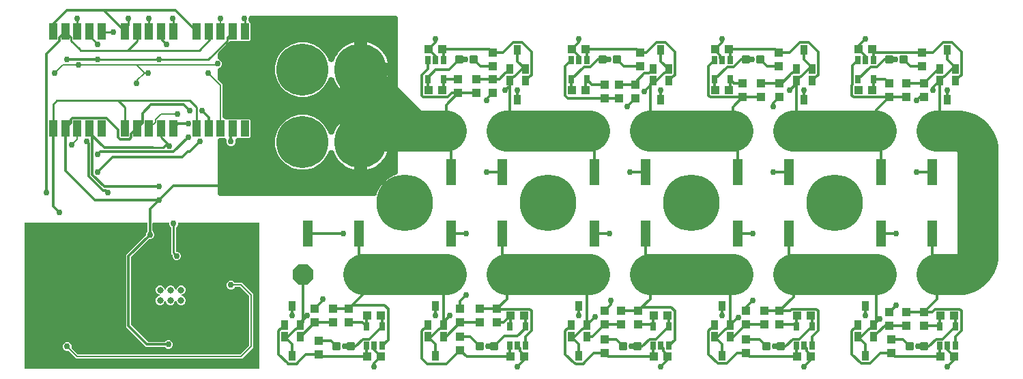
<source format=gbr>
G04 EAGLE Gerber RS-274X export*
G75*
%MOMM*%
%FSLAX34Y34*%
%LPD*%
%INTop Copper*%
%IPPOS*%
%AMOC8*
5,1,8,0,0,1.08239X$1,22.5*%
G01*
%ADD10C,0.808000*%
%ADD11C,2.540000*%
%ADD12P,2.749271X8X202.500000*%
%ADD13R,1.100000X1.000000*%
%ADD14P,2.749271X8X22.500000*%
%ADD15C,0.300000*%
%ADD16R,1.000000X1.100000*%
%ADD17R,1.270000X3.175000*%
%ADD18R,0.700000X1.000000*%
%ADD19R,0.900000X1.200000*%
%ADD20C,7.000000*%
%ADD21R,1.000000X2.000000*%
%ADD22C,6.451600*%
%ADD23C,0.304800*%
%ADD24C,0.756400*%
%ADD25C,5.080000*%
%ADD26C,0.254000*%
%ADD27C,0.152400*%
%ADD28C,0.203200*%

G36*
X303588Y14233D02*
X303588Y14233D01*
X303646Y14231D01*
X303728Y14253D01*
X303812Y14265D01*
X303865Y14289D01*
X303921Y14303D01*
X303994Y14346D01*
X304071Y14381D01*
X304116Y14419D01*
X304166Y14449D01*
X304224Y14510D01*
X304288Y14565D01*
X304320Y14613D01*
X304360Y14656D01*
X304399Y14731D01*
X304446Y14801D01*
X304463Y14857D01*
X304490Y14909D01*
X304501Y14977D01*
X304531Y15072D01*
X304534Y15172D01*
X304545Y15240D01*
X304545Y194310D01*
X304537Y194368D01*
X304539Y194426D01*
X304517Y194508D01*
X304505Y194592D01*
X304482Y194645D01*
X304467Y194701D01*
X304424Y194774D01*
X304389Y194851D01*
X304351Y194896D01*
X304322Y194946D01*
X304260Y195004D01*
X304206Y195068D01*
X304157Y195100D01*
X304114Y195140D01*
X304039Y195179D01*
X303969Y195226D01*
X303913Y195243D01*
X303861Y195270D01*
X303793Y195281D01*
X303698Y195311D01*
X303598Y195314D01*
X303530Y195325D01*
X204442Y195325D01*
X204384Y195317D01*
X204326Y195319D01*
X204244Y195297D01*
X204160Y195285D01*
X204107Y195262D01*
X204051Y195247D01*
X203978Y195204D01*
X203901Y195169D01*
X203856Y195131D01*
X203806Y195102D01*
X203748Y195040D01*
X203684Y194986D01*
X203652Y194937D01*
X203612Y194894D01*
X203573Y194819D01*
X203526Y194749D01*
X203509Y194693D01*
X203482Y194641D01*
X203471Y194573D01*
X203441Y194478D01*
X203438Y194378D01*
X203427Y194310D01*
X203427Y193254D01*
X202619Y191304D01*
X201212Y189897D01*
X201160Y189827D01*
X201100Y189764D01*
X201074Y189714D01*
X201041Y189670D01*
X201010Y189588D01*
X200970Y189510D01*
X200962Y189463D01*
X200940Y189404D01*
X200928Y189257D01*
X200915Y189179D01*
X200915Y160382D01*
X200922Y160330D01*
X200921Y160304D01*
X200922Y160301D01*
X200921Y160266D01*
X200943Y160184D01*
X200955Y160100D01*
X200978Y160047D01*
X200993Y159991D01*
X201036Y159918D01*
X201071Y159841D01*
X201109Y159796D01*
X201138Y159746D01*
X201200Y159688D01*
X201254Y159624D01*
X201303Y159592D01*
X201346Y159552D01*
X201421Y159513D01*
X201491Y159466D01*
X201547Y159449D01*
X201599Y159422D01*
X201667Y159411D01*
X201762Y159381D01*
X201862Y159378D01*
X201930Y159367D01*
X202986Y159367D01*
X204936Y158559D01*
X206429Y157066D01*
X207237Y155116D01*
X207237Y153004D01*
X206429Y151054D01*
X204936Y149561D01*
X202986Y148753D01*
X200874Y148753D01*
X198924Y149561D01*
X197431Y151054D01*
X196623Y153004D01*
X196623Y154994D01*
X196611Y155080D01*
X196608Y155168D01*
X196591Y155221D01*
X196583Y155275D01*
X196548Y155355D01*
X196521Y155438D01*
X196493Y155478D01*
X196467Y155535D01*
X196371Y155648D01*
X196326Y155712D01*
X195325Y156712D01*
X195325Y189179D01*
X195313Y189266D01*
X195310Y189353D01*
X195293Y189406D01*
X195285Y189461D01*
X195250Y189541D01*
X195223Y189624D01*
X195195Y189663D01*
X195169Y189720D01*
X195073Y189834D01*
X195028Y189897D01*
X193621Y191304D01*
X192813Y193254D01*
X192813Y194310D01*
X192805Y194368D01*
X192807Y194426D01*
X192785Y194508D01*
X192773Y194592D01*
X192750Y194645D01*
X192735Y194701D01*
X192692Y194774D01*
X192657Y194851D01*
X192619Y194896D01*
X192590Y194946D01*
X192528Y195004D01*
X192474Y195068D01*
X192425Y195100D01*
X192382Y195140D01*
X192307Y195179D01*
X192237Y195226D01*
X192181Y195243D01*
X192129Y195270D01*
X192061Y195281D01*
X191966Y195311D01*
X191866Y195314D01*
X191798Y195325D01*
X172974Y195325D01*
X172916Y195317D01*
X172858Y195319D01*
X172776Y195297D01*
X172692Y195285D01*
X172639Y195262D01*
X172583Y195247D01*
X172510Y195204D01*
X172433Y195169D01*
X172388Y195131D01*
X172338Y195102D01*
X172280Y195040D01*
X172216Y194986D01*
X172184Y194937D01*
X172144Y194894D01*
X172105Y194819D01*
X172058Y194749D01*
X172041Y194693D01*
X172014Y194641D01*
X172003Y194573D01*
X171973Y194478D01*
X171970Y194378D01*
X171959Y194310D01*
X171959Y185217D01*
X171971Y185130D01*
X171974Y185043D01*
X171991Y184990D01*
X171999Y184935D01*
X172034Y184855D01*
X172061Y184772D01*
X172089Y184733D01*
X172115Y184676D01*
X172211Y184562D01*
X172256Y184499D01*
X173409Y183346D01*
X174217Y181396D01*
X174217Y179284D01*
X173409Y177334D01*
X171916Y175841D01*
X169966Y175033D01*
X168335Y175033D01*
X168249Y175021D01*
X168161Y175018D01*
X168109Y175001D01*
X168054Y174993D01*
X167974Y174958D01*
X167891Y174931D01*
X167852Y174903D01*
X167794Y174877D01*
X167681Y174781D01*
X167617Y174736D01*
X145586Y152705D01*
X145534Y152635D01*
X145474Y152571D01*
X145448Y152521D01*
X145415Y152477D01*
X145384Y152396D01*
X145344Y152318D01*
X145336Y152270D01*
X145314Y152212D01*
X145302Y152064D01*
X145289Y151987D01*
X145289Y68993D01*
X145296Y68944D01*
X145295Y68932D01*
X145300Y68915D01*
X145301Y68907D01*
X145304Y68819D01*
X145321Y68767D01*
X145329Y68712D01*
X145364Y68632D01*
X145391Y68549D01*
X145419Y68510D01*
X145445Y68452D01*
X145541Y68339D01*
X145586Y68275D01*
X166065Y47796D01*
X166135Y47744D01*
X166199Y47684D01*
X166249Y47658D01*
X166293Y47625D01*
X166374Y47594D01*
X166452Y47554D01*
X166500Y47546D01*
X166558Y47524D01*
X166706Y47512D01*
X166783Y47499D01*
X186893Y47499D01*
X186980Y47511D01*
X187067Y47514D01*
X187120Y47531D01*
X187175Y47539D01*
X187255Y47574D01*
X187338Y47601D01*
X187377Y47629D01*
X187434Y47655D01*
X187548Y47751D01*
X187611Y47796D01*
X188764Y48949D01*
X190714Y49757D01*
X192826Y49757D01*
X194776Y48949D01*
X196269Y47456D01*
X197077Y45506D01*
X197077Y43394D01*
X196269Y41444D01*
X194776Y39951D01*
X192826Y39143D01*
X190714Y39143D01*
X188764Y39951D01*
X187611Y41104D01*
X187541Y41156D01*
X187478Y41216D01*
X187428Y41242D01*
X187384Y41275D01*
X187302Y41306D01*
X187224Y41346D01*
X187177Y41354D01*
X187118Y41376D01*
X186971Y41388D01*
X186893Y41401D01*
X163837Y41401D01*
X139191Y66047D01*
X139191Y154933D01*
X163306Y179047D01*
X163358Y179117D01*
X163418Y179181D01*
X163444Y179231D01*
X163477Y179275D01*
X163508Y179356D01*
X163548Y179434D01*
X163556Y179482D01*
X163578Y179540D01*
X163590Y179688D01*
X163603Y179765D01*
X163603Y181396D01*
X164411Y183346D01*
X165564Y184499D01*
X165616Y184569D01*
X165676Y184632D01*
X165702Y184682D01*
X165735Y184726D01*
X165766Y184808D01*
X165806Y184886D01*
X165814Y184933D01*
X165836Y184992D01*
X165848Y185139D01*
X165861Y185217D01*
X165861Y194310D01*
X165853Y194368D01*
X165855Y194426D01*
X165833Y194508D01*
X165821Y194592D01*
X165798Y194645D01*
X165783Y194701D01*
X165740Y194774D01*
X165705Y194851D01*
X165667Y194896D01*
X165638Y194946D01*
X165576Y195004D01*
X165522Y195068D01*
X165473Y195100D01*
X165430Y195140D01*
X165355Y195179D01*
X165285Y195226D01*
X165229Y195243D01*
X165177Y195270D01*
X165109Y195281D01*
X165014Y195311D01*
X164914Y195314D01*
X164846Y195325D01*
X13970Y195325D01*
X13912Y195317D01*
X13854Y195319D01*
X13772Y195297D01*
X13689Y195285D01*
X13635Y195262D01*
X13579Y195247D01*
X13506Y195204D01*
X13429Y195169D01*
X13384Y195131D01*
X13334Y195102D01*
X13276Y195040D01*
X13212Y194986D01*
X13180Y194937D01*
X13140Y194894D01*
X13101Y194819D01*
X13055Y194749D01*
X13037Y194693D01*
X13010Y194641D01*
X12999Y194573D01*
X12969Y194478D01*
X12966Y194378D01*
X12955Y194310D01*
X12955Y15240D01*
X12963Y15182D01*
X12961Y15124D01*
X12983Y15042D01*
X12995Y14959D01*
X13019Y14905D01*
X13033Y14849D01*
X13076Y14776D01*
X13111Y14699D01*
X13149Y14654D01*
X13179Y14604D01*
X13240Y14546D01*
X13295Y14482D01*
X13343Y14450D01*
X13386Y14410D01*
X13461Y14371D01*
X13531Y14325D01*
X13587Y14307D01*
X13639Y14280D01*
X13707Y14269D01*
X13802Y14239D01*
X13902Y14236D01*
X13970Y14225D01*
X303530Y14225D01*
X303588Y14233D01*
G37*
G36*
X446791Y228366D02*
X446791Y228366D01*
X447059Y228382D01*
X447075Y228386D01*
X447092Y228387D01*
X447354Y228443D01*
X447617Y228497D01*
X447633Y228502D01*
X447649Y228506D01*
X447902Y228598D01*
X448154Y228688D01*
X448168Y228696D01*
X448184Y228702D01*
X448423Y228829D01*
X448658Y228953D01*
X448672Y228963D01*
X448686Y228970D01*
X448903Y229129D01*
X449121Y229286D01*
X449133Y229297D01*
X449146Y229307D01*
X449339Y229495D01*
X449532Y229680D01*
X449543Y229693D01*
X449554Y229704D01*
X449720Y229918D01*
X449885Y230128D01*
X449893Y230142D01*
X449903Y230155D01*
X450037Y230389D01*
X450171Y230620D01*
X450176Y230633D01*
X450185Y230650D01*
X450396Y231179D01*
X450423Y231290D01*
X450448Y231358D01*
X451104Y233808D01*
X455913Y242137D01*
X462713Y248937D01*
X471042Y253746D01*
X473492Y254402D01*
X473746Y254490D01*
X474000Y254575D01*
X474015Y254582D01*
X474030Y254588D01*
X474269Y254710D01*
X474509Y254830D01*
X474523Y254839D01*
X474538Y254847D01*
X474757Y255001D01*
X474978Y255154D01*
X474990Y255165D01*
X475004Y255175D01*
X475199Y255357D01*
X475397Y255540D01*
X475408Y255553D01*
X475420Y255564D01*
X475587Y255772D01*
X475758Y255981D01*
X475766Y255995D01*
X475777Y256008D01*
X475914Y256239D01*
X476053Y256468D01*
X476060Y256483D01*
X476068Y256498D01*
X476172Y256746D01*
X476278Y256992D01*
X476282Y257008D01*
X476288Y257023D01*
X476357Y257283D01*
X476427Y257542D01*
X476428Y257556D01*
X476433Y257574D01*
X476499Y258140D01*
X476496Y258254D01*
X476503Y258327D01*
X476503Y448310D01*
X476487Y448539D01*
X476477Y448770D01*
X476467Y448824D01*
X476463Y448878D01*
X476415Y449104D01*
X476373Y449330D01*
X476356Y449382D01*
X476344Y449436D01*
X476265Y449652D01*
X476192Y449870D01*
X476167Y449919D01*
X476148Y449971D01*
X476040Y450174D01*
X475937Y450379D01*
X475906Y450425D01*
X475880Y450473D01*
X475744Y450659D01*
X475613Y450848D01*
X475576Y450889D01*
X475543Y450933D01*
X475383Y451098D01*
X475227Y451267D01*
X475184Y451302D01*
X475146Y451341D01*
X474964Y451482D01*
X474786Y451628D01*
X474738Y451656D01*
X474695Y451690D01*
X474495Y451804D01*
X474298Y451923D01*
X474248Y451945D01*
X474200Y451972D01*
X473986Y452057D01*
X473775Y452148D01*
X473722Y452162D01*
X473671Y452182D01*
X473446Y452237D01*
X473225Y452297D01*
X473181Y452301D01*
X473117Y452317D01*
X472550Y452372D01*
X472484Y452369D01*
X472440Y452373D01*
X295120Y452373D01*
X294891Y452357D01*
X294660Y452347D01*
X294606Y452337D01*
X294552Y452333D01*
X294326Y452285D01*
X294100Y452243D01*
X294048Y452226D01*
X293994Y452214D01*
X293778Y452135D01*
X293560Y452062D01*
X293511Y452037D01*
X293459Y452018D01*
X293256Y451910D01*
X293051Y451807D01*
X293005Y451776D01*
X292957Y451750D01*
X292771Y451614D01*
X292582Y451483D01*
X292541Y451446D01*
X292497Y451413D01*
X292332Y451253D01*
X292163Y451097D01*
X292128Y451054D01*
X292089Y451016D01*
X291948Y450834D01*
X291802Y450656D01*
X291774Y450608D01*
X291740Y450565D01*
X291626Y450365D01*
X291507Y450168D01*
X291485Y450118D01*
X291458Y450070D01*
X291373Y449856D01*
X291282Y449645D01*
X291268Y449592D01*
X291248Y449541D01*
X291193Y449316D01*
X291133Y449095D01*
X291129Y449051D01*
X291113Y448987D01*
X291058Y448420D01*
X291061Y448354D01*
X291057Y448310D01*
X291057Y446446D01*
X291058Y446427D01*
X291054Y446336D01*
X291055Y446326D01*
X291055Y446316D01*
X291082Y446043D01*
X291094Y445916D01*
X291097Y445878D01*
X291098Y445870D01*
X291108Y445768D01*
X291110Y445759D01*
X291111Y445749D01*
X291177Y445482D01*
X291241Y445214D01*
X291245Y445205D01*
X291247Y445196D01*
X291350Y444939D01*
X291450Y444684D01*
X291455Y444676D01*
X291459Y444667D01*
X291595Y444429D01*
X291731Y444189D01*
X291737Y444181D01*
X291742Y444172D01*
X291768Y444140D01*
X292079Y443737D01*
X292186Y443633D01*
X292243Y443563D01*
X293065Y442742D01*
X293065Y421478D01*
X292172Y420585D01*
X280224Y420585D01*
X280049Y420643D01*
X279995Y420653D01*
X279943Y420669D01*
X279715Y420704D01*
X279488Y420746D01*
X279434Y420748D01*
X279380Y420756D01*
X279149Y420760D01*
X278919Y420769D01*
X278865Y420763D01*
X278810Y420764D01*
X278581Y420735D01*
X278352Y420712D01*
X278299Y420699D01*
X278245Y420692D01*
X278021Y420631D01*
X277835Y420585D01*
X269602Y420585D01*
X269542Y420581D01*
X269481Y420583D01*
X269258Y420561D01*
X269034Y420545D01*
X268974Y420533D01*
X268914Y420527D01*
X268696Y420473D01*
X268476Y420426D01*
X268420Y420406D01*
X268361Y420391D01*
X268152Y420308D01*
X267941Y420230D01*
X267888Y420202D01*
X267832Y420180D01*
X267637Y420068D01*
X267439Y419962D01*
X267390Y419926D01*
X267338Y419896D01*
X267247Y419821D01*
X266979Y419625D01*
X266818Y419468D01*
X266729Y419395D01*
X253667Y406333D01*
X253627Y406288D01*
X253583Y406247D01*
X253441Y406073D01*
X253293Y405903D01*
X253260Y405852D01*
X253222Y405806D01*
X253105Y405613D01*
X252983Y405425D01*
X252958Y405370D01*
X252927Y405318D01*
X252838Y405112D01*
X252744Y404908D01*
X252726Y404850D01*
X252702Y404795D01*
X252644Y404578D01*
X252578Y404363D01*
X252569Y404303D01*
X252553Y404245D01*
X252542Y404128D01*
X252491Y403800D01*
X252488Y403575D01*
X252477Y403460D01*
X252477Y400942D01*
X252477Y400939D01*
X252477Y400936D01*
X252497Y400660D01*
X252517Y400373D01*
X252517Y400370D01*
X252517Y400368D01*
X252578Y400086D01*
X252636Y399816D01*
X252637Y399814D01*
X252637Y399811D01*
X252732Y399554D01*
X252832Y399281D01*
X252833Y399278D01*
X252834Y399276D01*
X252962Y399038D01*
X253100Y398779D01*
X253102Y398776D01*
X253103Y398774D01*
X253272Y398544D01*
X253437Y398319D01*
X253439Y398317D01*
X253440Y398315D01*
X253641Y398109D01*
X253834Y397910D01*
X253836Y397909D01*
X253838Y397907D01*
X254071Y397727D01*
X254285Y397562D01*
X254287Y397560D01*
X254289Y397559D01*
X254302Y397552D01*
X254780Y397279D01*
X254910Y397228D01*
X254985Y397188D01*
X255699Y396892D01*
X257192Y395399D01*
X258000Y393449D01*
X258000Y391337D01*
X257192Y389387D01*
X255699Y387894D01*
X254985Y387599D01*
X254983Y387597D01*
X254980Y387596D01*
X254728Y387470D01*
X254475Y387344D01*
X254473Y387343D01*
X254471Y387341D01*
X254233Y387177D01*
X254006Y387021D01*
X254004Y387019D01*
X254002Y387017D01*
X253789Y386821D01*
X253587Y386635D01*
X253585Y386633D01*
X253583Y386631D01*
X253396Y386403D01*
X253225Y386195D01*
X253224Y386192D01*
X253222Y386190D01*
X253074Y385946D01*
X252929Y385708D01*
X252928Y385705D01*
X252927Y385703D01*
X252817Y385447D01*
X252704Y385184D01*
X252703Y385182D01*
X252702Y385179D01*
X252631Y384915D01*
X252554Y384635D01*
X252554Y384632D01*
X252553Y384629D01*
X252552Y384617D01*
X252483Y384069D01*
X252485Y383930D01*
X252477Y383845D01*
X252477Y374740D01*
X252481Y374680D01*
X252479Y374620D01*
X252501Y374396D01*
X252517Y374172D01*
X252529Y374113D01*
X252535Y374053D01*
X252589Y373834D01*
X252636Y373615D01*
X252656Y373558D01*
X252671Y373499D01*
X252754Y373291D01*
X252832Y373080D01*
X252860Y373026D01*
X252883Y372970D01*
X252994Y372775D01*
X253100Y372577D01*
X253136Y372528D01*
X253166Y372476D01*
X253241Y372385D01*
X253437Y372117D01*
X253594Y371956D01*
X253667Y371867D01*
X258479Y367055D01*
X258827Y366215D01*
X258827Y327698D01*
X258843Y327468D01*
X258853Y327238D01*
X258863Y327184D01*
X258867Y327130D01*
X258915Y326904D01*
X258957Y326678D01*
X258974Y326626D01*
X258986Y326572D01*
X259065Y326356D01*
X259138Y326138D01*
X259163Y326089D01*
X259182Y326037D01*
X259290Y325834D01*
X259393Y325629D01*
X259424Y325583D01*
X259450Y325535D01*
X259586Y325349D01*
X259717Y325160D01*
X259754Y325119D01*
X259787Y325075D01*
X259947Y324910D01*
X260103Y324741D01*
X260146Y324706D01*
X260184Y324667D01*
X260366Y324526D01*
X260544Y324380D01*
X260592Y324352D01*
X260635Y324318D01*
X260835Y324204D01*
X261032Y324085D01*
X261082Y324063D01*
X261130Y324036D01*
X261344Y323951D01*
X261555Y323860D01*
X261608Y323846D01*
X261659Y323826D01*
X261884Y323771D01*
X262105Y323711D01*
X262149Y323707D01*
X262213Y323691D01*
X262780Y323636D01*
X262844Y323639D01*
X263031Y323577D01*
X263085Y323567D01*
X263137Y323551D01*
X263364Y323516D01*
X263591Y323474D01*
X263646Y323472D01*
X263700Y323464D01*
X263930Y323460D01*
X264161Y323451D01*
X264215Y323457D01*
X264270Y323456D01*
X264499Y323485D01*
X264727Y323508D01*
X264781Y323521D01*
X264835Y323528D01*
X265057Y323589D01*
X265245Y323635D01*
X277856Y323635D01*
X278031Y323577D01*
X278085Y323567D01*
X278137Y323551D01*
X278364Y323516D01*
X278591Y323474D01*
X278646Y323472D01*
X278700Y323464D01*
X278930Y323460D01*
X279161Y323451D01*
X279215Y323457D01*
X279270Y323456D01*
X279499Y323485D01*
X279727Y323508D01*
X279781Y323521D01*
X279835Y323528D01*
X280057Y323589D01*
X280245Y323635D01*
X292172Y323635D01*
X293065Y322742D01*
X293065Y301478D01*
X292172Y300585D01*
X280224Y300585D01*
X280049Y300643D01*
X279995Y300653D01*
X279943Y300669D01*
X279715Y300704D01*
X279488Y300746D01*
X279434Y300748D01*
X279380Y300756D01*
X279149Y300760D01*
X278919Y300769D01*
X278865Y300763D01*
X278810Y300764D01*
X278581Y300735D01*
X278352Y300712D01*
X278299Y300699D01*
X278245Y300692D01*
X278021Y300631D01*
X277799Y300576D01*
X277748Y300556D01*
X277695Y300542D01*
X277483Y300450D01*
X277270Y300365D01*
X277222Y300337D01*
X277172Y300316D01*
X277168Y300314D01*
X277050Y300274D01*
X277001Y300249D01*
X276949Y300230D01*
X276746Y300122D01*
X276541Y300019D01*
X276495Y299988D01*
X276447Y299962D01*
X276261Y299826D01*
X276072Y299695D01*
X276031Y299658D01*
X275987Y299625D01*
X275822Y299465D01*
X275653Y299309D01*
X275618Y299266D01*
X275579Y299228D01*
X275438Y299046D01*
X275292Y298868D01*
X275264Y298820D01*
X275230Y298777D01*
X275116Y298577D01*
X274997Y298380D01*
X274975Y298330D01*
X274948Y298282D01*
X274863Y298068D01*
X274772Y297857D01*
X274758Y297804D01*
X274738Y297753D01*
X274683Y297528D01*
X274623Y297307D01*
X274619Y297263D01*
X274603Y297199D01*
X274548Y296632D01*
X274551Y296566D01*
X274547Y296522D01*
X274547Y294854D01*
X273739Y292904D01*
X272246Y291411D01*
X270296Y290603D01*
X268184Y290603D01*
X266234Y291411D01*
X264741Y292904D01*
X263933Y294854D01*
X263933Y296522D01*
X263917Y296751D01*
X263907Y296982D01*
X263897Y297036D01*
X263893Y297090D01*
X263845Y297316D01*
X263803Y297542D01*
X263786Y297594D01*
X263774Y297648D01*
X263695Y297864D01*
X263622Y298082D01*
X263597Y298131D01*
X263578Y298183D01*
X263470Y298386D01*
X263367Y298591D01*
X263336Y298637D01*
X263310Y298685D01*
X263174Y298871D01*
X263043Y299060D01*
X263006Y299101D01*
X262973Y299145D01*
X262813Y299310D01*
X262657Y299479D01*
X262614Y299514D01*
X262576Y299553D01*
X262394Y299694D01*
X262216Y299840D01*
X262168Y299868D01*
X262125Y299902D01*
X261925Y300016D01*
X261728Y300135D01*
X261678Y300157D01*
X261630Y300184D01*
X261416Y300269D01*
X261205Y300360D01*
X261152Y300374D01*
X261101Y300394D01*
X260876Y300449D01*
X260655Y300509D01*
X260611Y300513D01*
X260547Y300529D01*
X259980Y300584D01*
X259914Y300581D01*
X259870Y300585D01*
X256540Y300585D01*
X256311Y300569D01*
X256080Y300559D01*
X256026Y300549D01*
X255972Y300545D01*
X255746Y300497D01*
X255520Y300455D01*
X255468Y300438D01*
X255414Y300426D01*
X255198Y300347D01*
X254980Y300274D01*
X254931Y300249D01*
X254879Y300230D01*
X254676Y300122D01*
X254471Y300019D01*
X254425Y299988D01*
X254377Y299962D01*
X254191Y299826D01*
X254002Y299695D01*
X253961Y299658D01*
X253917Y299625D01*
X253752Y299465D01*
X253583Y299309D01*
X253548Y299266D01*
X253509Y299228D01*
X253368Y299046D01*
X253222Y298868D01*
X253194Y298820D01*
X253160Y298777D01*
X253046Y298577D01*
X252927Y298380D01*
X252905Y298330D01*
X252878Y298282D01*
X252793Y298068D01*
X252702Y297857D01*
X252688Y297804D01*
X252668Y297753D01*
X252613Y297528D01*
X252553Y297307D01*
X252549Y297263D01*
X252534Y297199D01*
X252478Y296632D01*
X252481Y296566D01*
X252477Y296522D01*
X252477Y232410D01*
X252493Y232181D01*
X252503Y231950D01*
X252513Y231896D01*
X252517Y231842D01*
X252565Y231616D01*
X252607Y231390D01*
X252624Y231338D01*
X252636Y231284D01*
X252715Y231068D01*
X252788Y230850D01*
X252813Y230801D01*
X252832Y230749D01*
X252940Y230546D01*
X253043Y230341D01*
X253074Y230295D01*
X253100Y230247D01*
X253236Y230061D01*
X253367Y229872D01*
X253404Y229831D01*
X253437Y229787D01*
X253597Y229622D01*
X253753Y229453D01*
X253796Y229418D01*
X253834Y229379D01*
X254016Y229238D01*
X254194Y229092D01*
X254242Y229064D01*
X254285Y229030D01*
X254485Y228916D01*
X254682Y228797D01*
X254732Y228775D01*
X254780Y228748D01*
X254994Y228663D01*
X255205Y228572D01*
X255258Y228558D01*
X255309Y228538D01*
X255534Y228483D01*
X255755Y228423D01*
X255799Y228419D01*
X255863Y228404D01*
X256430Y228348D01*
X256496Y228351D01*
X256540Y228347D01*
X446523Y228347D01*
X446791Y228366D01*
G37*
%LPC*%
G36*
X421675Y261233D02*
X421675Y261233D01*
X418402Y262226D01*
X415244Y263534D01*
X412228Y265146D01*
X409385Y267046D01*
X406743Y269215D01*
X404325Y271633D01*
X402156Y274275D01*
X400256Y277118D01*
X398644Y280134D01*
X397444Y283033D01*
X397401Y283119D01*
X397366Y283208D01*
X397274Y283373D01*
X397189Y283542D01*
X397135Y283621D01*
X397088Y283705D01*
X396973Y283856D01*
X396866Y284012D01*
X396801Y284082D01*
X396743Y284159D01*
X396608Y284292D01*
X396480Y284431D01*
X396406Y284492D01*
X396338Y284559D01*
X396186Y284672D01*
X396040Y284792D01*
X395958Y284842D01*
X395881Y284900D01*
X395715Y284990D01*
X395553Y285088D01*
X395465Y285127D01*
X395380Y285172D01*
X395203Y285239D01*
X395030Y285314D01*
X394937Y285339D01*
X394847Y285373D01*
X394662Y285414D01*
X394480Y285463D01*
X394385Y285475D01*
X394291Y285496D01*
X394102Y285511D01*
X393914Y285535D01*
X393818Y285533D01*
X393723Y285541D01*
X393534Y285529D01*
X393345Y285526D01*
X393250Y285511D01*
X393154Y285505D01*
X392968Y285467D01*
X392782Y285438D01*
X392690Y285410D01*
X392596Y285391D01*
X392417Y285327D01*
X392237Y285272D01*
X392150Y285232D01*
X392059Y285199D01*
X391891Y285111D01*
X391720Y285032D01*
X391640Y284979D01*
X391555Y284935D01*
X391401Y284824D01*
X391242Y284721D01*
X391170Y284658D01*
X391092Y284602D01*
X390955Y284471D01*
X390813Y284347D01*
X390750Y284274D01*
X390680Y284208D01*
X390564Y284059D01*
X390440Y283916D01*
X390387Y283836D01*
X390328Y283760D01*
X390233Y283597D01*
X390130Y283438D01*
X390090Y283350D01*
X390042Y283267D01*
X390000Y283155D01*
X389891Y282921D01*
X389808Y282643D01*
X389765Y282529D01*
X389620Y281990D01*
X385173Y274287D01*
X378883Y267997D01*
X371180Y263550D01*
X362588Y261247D01*
X353692Y261247D01*
X345100Y263550D01*
X337397Y267997D01*
X331107Y274287D01*
X326660Y281990D01*
X324357Y290582D01*
X324357Y299478D01*
X326660Y308070D01*
X331107Y315773D01*
X337397Y322063D01*
X345100Y326510D01*
X353692Y328813D01*
X362588Y328813D01*
X371180Y326510D01*
X378883Y322063D01*
X385173Y315773D01*
X389620Y308070D01*
X389765Y307531D01*
X389796Y307440D01*
X389819Y307347D01*
X389889Y307171D01*
X389951Y306992D01*
X389994Y306907D01*
X390030Y306817D01*
X390124Y306653D01*
X390210Y306485D01*
X390265Y306406D01*
X390313Y306323D01*
X390428Y306174D01*
X390537Y306019D01*
X390603Y305948D01*
X390662Y305873D01*
X390798Y305741D01*
X390927Y305603D01*
X391002Y305543D01*
X391071Y305476D01*
X391224Y305364D01*
X391371Y305246D01*
X391454Y305197D01*
X391531Y305140D01*
X391698Y305051D01*
X391861Y304954D01*
X391949Y304917D01*
X392034Y304872D01*
X392212Y304807D01*
X392386Y304734D01*
X392479Y304710D01*
X392569Y304677D01*
X392755Y304637D01*
X392937Y304589D01*
X393033Y304578D01*
X393127Y304558D01*
X393316Y304545D01*
X393503Y304523D01*
X393599Y304526D01*
X393695Y304519D01*
X393884Y304533D01*
X394073Y304537D01*
X394168Y304553D01*
X394263Y304560D01*
X394448Y304600D01*
X394635Y304631D01*
X394727Y304660D01*
X394821Y304680D01*
X394998Y304745D01*
X395178Y304802D01*
X395265Y304843D01*
X395355Y304876D01*
X395522Y304966D01*
X395693Y305047D01*
X395773Y305100D01*
X395857Y305146D01*
X396010Y305257D01*
X396168Y305362D01*
X396239Y305426D01*
X396317Y305483D01*
X396452Y305615D01*
X396594Y305740D01*
X396656Y305814D01*
X396725Y305881D01*
X396840Y306030D01*
X396963Y306175D01*
X397014Y306256D01*
X397073Y306332D01*
X397129Y306438D01*
X397267Y306656D01*
X397386Y306920D01*
X397444Y307027D01*
X398644Y309926D01*
X400256Y312942D01*
X402156Y315785D01*
X404325Y318427D01*
X406743Y320845D01*
X409385Y323014D01*
X412228Y324914D01*
X415244Y326526D01*
X418402Y327834D01*
X421675Y328827D01*
X422013Y328894D01*
X422013Y299094D01*
X422029Y298865D01*
X422039Y298635D01*
X422049Y298581D01*
X422053Y298526D01*
X422101Y298301D01*
X422143Y298074D01*
X422160Y298022D01*
X422172Y297969D01*
X422251Y297752D01*
X422324Y297534D01*
X422349Y297485D01*
X422368Y297433D01*
X422476Y297230D01*
X422579Y297025D01*
X422610Y296979D01*
X422636Y296931D01*
X422772Y296746D01*
X422903Y296556D01*
X422940Y296515D01*
X422973Y296471D01*
X423133Y296306D01*
X423289Y296137D01*
X423332Y296102D01*
X423370Y296063D01*
X423552Y295922D01*
X423730Y295776D01*
X423778Y295748D01*
X423821Y295714D01*
X424021Y295600D01*
X424218Y295481D01*
X424268Y295459D01*
X424316Y295432D01*
X424530Y295347D01*
X424741Y295256D01*
X424794Y295242D01*
X424845Y295222D01*
X425070Y295167D01*
X425291Y295107D01*
X425335Y295103D01*
X425399Y295088D01*
X425966Y295032D01*
X426032Y295035D01*
X426076Y295031D01*
X430141Y295031D01*
X430141Y295029D01*
X426076Y295029D01*
X425847Y295013D01*
X425616Y295003D01*
X425562Y294993D01*
X425508Y294989D01*
X425282Y294941D01*
X425056Y294899D01*
X425004Y294882D01*
X424950Y294870D01*
X424734Y294791D01*
X424516Y294718D01*
X424467Y294693D01*
X424415Y294674D01*
X424212Y294566D01*
X424007Y294463D01*
X423961Y294431D01*
X423913Y294405D01*
X423727Y294270D01*
X423538Y294139D01*
X423497Y294101D01*
X423453Y294069D01*
X423288Y293909D01*
X423119Y293753D01*
X423084Y293710D01*
X423045Y293672D01*
X422904Y293490D01*
X422758Y293311D01*
X422730Y293264D01*
X422696Y293221D01*
X422582Y293021D01*
X422463Y292824D01*
X422441Y292774D01*
X422414Y292726D01*
X422329Y292511D01*
X422238Y292301D01*
X422224Y292248D01*
X422204Y292196D01*
X422149Y291972D01*
X422089Y291751D01*
X422085Y291706D01*
X422070Y291643D01*
X422014Y291076D01*
X422017Y291010D01*
X422013Y290966D01*
X422013Y261166D01*
X421675Y261233D01*
G37*
%LPD*%
%LPC*%
G36*
X421675Y351403D02*
X421675Y351403D01*
X418402Y352396D01*
X415244Y353704D01*
X412228Y355316D01*
X409385Y357216D01*
X406743Y359385D01*
X404325Y361803D01*
X402156Y364445D01*
X400256Y367288D01*
X398644Y370304D01*
X397444Y373203D01*
X397401Y373289D01*
X397366Y373378D01*
X397274Y373543D01*
X397189Y373712D01*
X397135Y373791D01*
X397088Y373875D01*
X396973Y374026D01*
X396866Y374182D01*
X396801Y374252D01*
X396743Y374329D01*
X396608Y374462D01*
X396480Y374601D01*
X396406Y374662D01*
X396338Y374729D01*
X396186Y374842D01*
X396040Y374962D01*
X395958Y375012D01*
X395881Y375070D01*
X395715Y375160D01*
X395553Y375258D01*
X395465Y375297D01*
X395380Y375342D01*
X395203Y375409D01*
X395030Y375484D01*
X394937Y375509D01*
X394847Y375543D01*
X394662Y375584D01*
X394480Y375633D01*
X394385Y375645D01*
X394291Y375666D01*
X394102Y375681D01*
X393914Y375705D01*
X393818Y375703D01*
X393723Y375711D01*
X393534Y375699D01*
X393345Y375696D01*
X393250Y375681D01*
X393154Y375675D01*
X392968Y375637D01*
X392782Y375608D01*
X392690Y375580D01*
X392596Y375561D01*
X392417Y375497D01*
X392237Y375442D01*
X392150Y375402D01*
X392059Y375369D01*
X391891Y375281D01*
X391720Y375202D01*
X391640Y375149D01*
X391555Y375105D01*
X391401Y374994D01*
X391242Y374891D01*
X391170Y374828D01*
X391092Y374772D01*
X390955Y374641D01*
X390813Y374517D01*
X390750Y374444D01*
X390680Y374378D01*
X390564Y374229D01*
X390440Y374086D01*
X390387Y374006D01*
X390328Y373930D01*
X390233Y373767D01*
X390130Y373608D01*
X390090Y373520D01*
X390042Y373437D01*
X390000Y373325D01*
X389891Y373091D01*
X389808Y372813D01*
X389765Y372699D01*
X389620Y372160D01*
X385173Y364457D01*
X378883Y358167D01*
X371180Y353720D01*
X362588Y351417D01*
X353692Y351417D01*
X345100Y353720D01*
X337397Y358167D01*
X331107Y364457D01*
X326660Y372160D01*
X324357Y380752D01*
X324357Y389648D01*
X326660Y398240D01*
X331107Y405943D01*
X337397Y412233D01*
X345100Y416680D01*
X353692Y418983D01*
X362588Y418983D01*
X371180Y416680D01*
X378883Y412233D01*
X385173Y405943D01*
X389620Y398240D01*
X389765Y397701D01*
X389796Y397610D01*
X389819Y397517D01*
X389889Y397341D01*
X389951Y397162D01*
X389994Y397077D01*
X390030Y396987D01*
X390124Y396823D01*
X390210Y396655D01*
X390265Y396576D01*
X390313Y396493D01*
X390428Y396344D01*
X390537Y396189D01*
X390603Y396118D01*
X390662Y396043D01*
X390798Y395911D01*
X390927Y395773D01*
X391002Y395713D01*
X391071Y395646D01*
X391224Y395534D01*
X391371Y395416D01*
X391454Y395367D01*
X391531Y395310D01*
X391698Y395221D01*
X391861Y395124D01*
X391949Y395087D01*
X392034Y395042D01*
X392212Y394977D01*
X392386Y394904D01*
X392479Y394880D01*
X392569Y394847D01*
X392755Y394807D01*
X392937Y394759D01*
X393033Y394748D01*
X393127Y394728D01*
X393316Y394715D01*
X393503Y394693D01*
X393599Y394696D01*
X393695Y394689D01*
X393884Y394703D01*
X394073Y394707D01*
X394168Y394723D01*
X394263Y394730D01*
X394448Y394770D01*
X394635Y394801D01*
X394727Y394830D01*
X394821Y394850D01*
X394998Y394915D01*
X395178Y394972D01*
X395265Y395013D01*
X395355Y395046D01*
X395522Y395136D01*
X395693Y395217D01*
X395773Y395270D01*
X395857Y395316D01*
X396010Y395427D01*
X396168Y395532D01*
X396239Y395596D01*
X396317Y395653D01*
X396452Y395785D01*
X396594Y395910D01*
X396656Y395984D01*
X396725Y396051D01*
X396840Y396200D01*
X396963Y396345D01*
X397014Y396426D01*
X397073Y396502D01*
X397129Y396608D01*
X397267Y396826D01*
X397386Y397090D01*
X397444Y397197D01*
X398644Y400096D01*
X400256Y403112D01*
X401434Y404874D01*
X401434Y404875D01*
X402156Y405955D01*
X404325Y408597D01*
X406743Y411015D01*
X409385Y413184D01*
X412228Y415084D01*
X415244Y416696D01*
X418402Y418004D01*
X421675Y418997D01*
X422013Y419064D01*
X422013Y389264D01*
X422029Y389035D01*
X422039Y388805D01*
X422049Y388751D01*
X422053Y388696D01*
X422101Y388471D01*
X422143Y388244D01*
X422160Y388192D01*
X422172Y388139D01*
X422251Y387922D01*
X422324Y387704D01*
X422349Y387655D01*
X422368Y387603D01*
X422476Y387400D01*
X422579Y387195D01*
X422610Y387149D01*
X422636Y387101D01*
X422772Y386916D01*
X422903Y386726D01*
X422940Y386685D01*
X422973Y386641D01*
X423133Y386476D01*
X423289Y386307D01*
X423332Y386272D01*
X423370Y386233D01*
X423552Y386092D01*
X423730Y385946D01*
X423778Y385918D01*
X423821Y385884D01*
X424021Y385770D01*
X424218Y385651D01*
X424268Y385629D01*
X424316Y385602D01*
X424530Y385517D01*
X424741Y385426D01*
X424794Y385412D01*
X424845Y385392D01*
X425070Y385337D01*
X425291Y385277D01*
X425335Y385273D01*
X425399Y385258D01*
X425966Y385202D01*
X426032Y385205D01*
X426076Y385201D01*
X430141Y385201D01*
X430141Y385199D01*
X426076Y385199D01*
X425847Y385183D01*
X425616Y385173D01*
X425562Y385163D01*
X425508Y385159D01*
X425282Y385111D01*
X425056Y385069D01*
X425004Y385052D01*
X424950Y385040D01*
X424734Y384961D01*
X424516Y384888D01*
X424467Y384863D01*
X424415Y384844D01*
X424212Y384736D01*
X424007Y384633D01*
X423961Y384601D01*
X423913Y384575D01*
X423727Y384440D01*
X423538Y384309D01*
X423497Y384271D01*
X423453Y384239D01*
X423288Y384079D01*
X423119Y383923D01*
X423084Y383880D01*
X423045Y383842D01*
X422904Y383660D01*
X422758Y383481D01*
X422730Y383434D01*
X422696Y383391D01*
X422582Y383191D01*
X422463Y382994D01*
X422441Y382944D01*
X422414Y382896D01*
X422329Y382681D01*
X422238Y382471D01*
X422224Y382418D01*
X422204Y382366D01*
X422149Y382142D01*
X422089Y381921D01*
X422085Y381876D01*
X422070Y381813D01*
X422014Y381246D01*
X422017Y381180D01*
X422013Y381136D01*
X422013Y351336D01*
X421675Y351403D01*
G37*
%LPD*%
%LPC*%
G36*
X77688Y26669D02*
X77688Y26669D01*
X68041Y36316D01*
X68039Y36317D01*
X68038Y36319D01*
X67920Y36407D01*
X67813Y36487D01*
X67812Y36488D01*
X67810Y36489D01*
X67677Y36539D01*
X67548Y36588D01*
X67546Y36589D01*
X67544Y36589D01*
X67401Y36601D01*
X67264Y36612D01*
X67263Y36612D01*
X67261Y36612D01*
X67244Y36608D01*
X67221Y36603D01*
X64984Y36603D01*
X63034Y37411D01*
X61541Y38904D01*
X60733Y40854D01*
X60733Y42966D01*
X61541Y44916D01*
X63034Y46409D01*
X64984Y47217D01*
X67096Y47217D01*
X69046Y46409D01*
X70539Y44916D01*
X71347Y42966D01*
X71347Y40757D01*
X71343Y40741D01*
X71343Y40739D01*
X71342Y40737D01*
X71347Y40598D01*
X71349Y40510D01*
X71349Y40505D01*
X71349Y40504D01*
X71351Y40457D01*
X71351Y40455D01*
X71351Y40453D01*
X71394Y40321D01*
X71410Y40270D01*
X71421Y40230D01*
X71426Y40221D01*
X71437Y40186D01*
X71438Y40184D01*
X71439Y40183D01*
X71448Y40170D01*
X71523Y40058D01*
X71566Y39985D01*
X71581Y39972D01*
X71595Y39950D01*
X71619Y39930D01*
X71634Y39909D01*
X79495Y32048D01*
X79565Y31996D01*
X79629Y31936D01*
X79678Y31910D01*
X79722Y31877D01*
X79804Y31846D01*
X79882Y31806D01*
X79929Y31798D01*
X79988Y31776D01*
X80136Y31764D01*
X80213Y31751D01*
X280467Y31751D01*
X280554Y31763D01*
X280641Y31766D01*
X280694Y31783D01*
X280749Y31791D01*
X280828Y31826D01*
X280912Y31853D01*
X280951Y31881D01*
X281008Y31907D01*
X281121Y32003D01*
X281185Y32048D01*
X291802Y42665D01*
X291854Y42735D01*
X291914Y42799D01*
X291940Y42848D01*
X291973Y42892D01*
X292004Y42974D01*
X292044Y43052D01*
X292052Y43099D01*
X292074Y43158D01*
X292086Y43306D01*
X292099Y43383D01*
X292099Y103937D01*
X292087Y104024D01*
X292084Y104111D01*
X292067Y104164D01*
X292059Y104219D01*
X292024Y104298D01*
X291997Y104382D01*
X291969Y104421D01*
X291943Y104478D01*
X291847Y104591D01*
X291802Y104655D01*
X281185Y115272D01*
X281115Y115324D01*
X281051Y115384D01*
X281002Y115410D01*
X280958Y115443D01*
X280876Y115474D01*
X280798Y115514D01*
X280751Y115522D01*
X280692Y115544D01*
X280544Y115556D01*
X280467Y115569D01*
X274610Y115569D01*
X274608Y115569D01*
X274607Y115569D01*
X274466Y115549D01*
X274328Y115529D01*
X274327Y115529D01*
X274325Y115529D01*
X274196Y115470D01*
X274069Y115413D01*
X274068Y115412D01*
X274066Y115411D01*
X273960Y115321D01*
X273852Y115230D01*
X273851Y115228D01*
X273850Y115227D01*
X273842Y115215D01*
X273827Y115192D01*
X272246Y113611D01*
X270296Y112803D01*
X268184Y112803D01*
X266234Y113611D01*
X264741Y115104D01*
X263933Y117054D01*
X263933Y119166D01*
X264741Y121116D01*
X266234Y122609D01*
X268184Y123417D01*
X270296Y123417D01*
X272246Y122609D01*
X273808Y121047D01*
X273816Y121033D01*
X273818Y121032D01*
X273818Y121030D01*
X273923Y120932D01*
X274023Y120837D01*
X274025Y120837D01*
X274026Y120836D01*
X274153Y120771D01*
X274276Y120707D01*
X274277Y120707D01*
X274279Y120706D01*
X274294Y120704D01*
X274555Y120652D01*
X274585Y120655D01*
X274610Y120651D01*
X282992Y120651D01*
X297181Y106462D01*
X297181Y40858D01*
X282992Y26669D01*
X77688Y26669D01*
G37*
%LPD*%
%LPC*%
G36*
X180203Y93345D02*
X180203Y93345D01*
X178158Y94192D01*
X176592Y95758D01*
X175745Y97803D01*
X175745Y100017D01*
X176592Y102062D01*
X178158Y103628D01*
X180197Y104472D01*
X180222Y104487D01*
X180250Y104496D01*
X180344Y104559D01*
X180441Y104617D01*
X180462Y104638D01*
X180486Y104654D01*
X180559Y104741D01*
X180637Y104823D01*
X180650Y104849D01*
X180669Y104872D01*
X180715Y104975D01*
X180767Y105076D01*
X180772Y105105D01*
X180784Y105132D01*
X180800Y105244D01*
X180822Y105355D01*
X180819Y105384D01*
X180823Y105413D01*
X180807Y105525D01*
X180797Y105638D01*
X180787Y105665D01*
X180783Y105695D01*
X180736Y105798D01*
X180695Y105903D01*
X180678Y105927D01*
X180666Y105954D01*
X180592Y106040D01*
X180524Y106130D01*
X180500Y106148D01*
X180481Y106170D01*
X180415Y106212D01*
X180296Y106300D01*
X180237Y106322D01*
X180197Y106348D01*
X178158Y107192D01*
X176592Y108758D01*
X175745Y110803D01*
X175745Y113017D01*
X176592Y115062D01*
X178158Y116628D01*
X180203Y117475D01*
X182417Y117475D01*
X184462Y116628D01*
X186028Y115062D01*
X186872Y113023D01*
X186887Y112998D01*
X186896Y112970D01*
X186959Y112876D01*
X187017Y112779D01*
X187038Y112758D01*
X187054Y112734D01*
X187141Y112661D01*
X187223Y112583D01*
X187249Y112570D01*
X187272Y112551D01*
X187375Y112505D01*
X187476Y112453D01*
X187505Y112448D01*
X187532Y112436D01*
X187644Y112420D01*
X187755Y112398D01*
X187784Y112401D01*
X187813Y112397D01*
X187925Y112413D01*
X188038Y112423D01*
X188065Y112433D01*
X188095Y112437D01*
X188198Y112484D01*
X188303Y112525D01*
X188327Y112542D01*
X188354Y112554D01*
X188440Y112628D01*
X188530Y112696D01*
X188548Y112720D01*
X188570Y112739D01*
X188612Y112805D01*
X188700Y112924D01*
X188722Y112983D01*
X188748Y113023D01*
X189592Y115062D01*
X191158Y116628D01*
X193203Y117475D01*
X195417Y117475D01*
X197462Y116628D01*
X199028Y115062D01*
X199872Y113023D01*
X199887Y112998D01*
X199896Y112970D01*
X199959Y112876D01*
X200017Y112779D01*
X200038Y112758D01*
X200054Y112734D01*
X200141Y112661D01*
X200223Y112583D01*
X200249Y112570D01*
X200272Y112551D01*
X200375Y112505D01*
X200476Y112453D01*
X200505Y112448D01*
X200532Y112436D01*
X200644Y112420D01*
X200755Y112398D01*
X200784Y112401D01*
X200813Y112397D01*
X200925Y112413D01*
X201038Y112423D01*
X201065Y112433D01*
X201094Y112437D01*
X201198Y112484D01*
X201303Y112525D01*
X201327Y112542D01*
X201354Y112554D01*
X201440Y112628D01*
X201530Y112696D01*
X201548Y112720D01*
X201570Y112739D01*
X201612Y112805D01*
X201700Y112924D01*
X201722Y112983D01*
X201748Y113023D01*
X202592Y115062D01*
X204158Y116628D01*
X206203Y117475D01*
X208417Y117475D01*
X210462Y116628D01*
X212028Y115062D01*
X212875Y113017D01*
X212875Y110803D01*
X212028Y108758D01*
X210462Y107192D01*
X208423Y106348D01*
X208398Y106333D01*
X208370Y106324D01*
X208276Y106261D01*
X208179Y106203D01*
X208158Y106182D01*
X208134Y106166D01*
X208061Y106079D01*
X207983Y105997D01*
X207970Y105971D01*
X207951Y105948D01*
X207905Y105845D01*
X207853Y105744D01*
X207848Y105715D01*
X207836Y105688D01*
X207820Y105576D01*
X207798Y105465D01*
X207801Y105436D01*
X207797Y105407D01*
X207813Y105295D01*
X207823Y105182D01*
X207833Y105155D01*
X207837Y105125D01*
X207884Y105022D01*
X207925Y104917D01*
X207942Y104893D01*
X207954Y104866D01*
X208028Y104780D01*
X208096Y104690D01*
X208120Y104672D01*
X208139Y104650D01*
X208205Y104608D01*
X208324Y104520D01*
X208383Y104498D01*
X208423Y104472D01*
X210462Y103628D01*
X212028Y102062D01*
X212875Y100017D01*
X212875Y97803D01*
X212028Y95758D01*
X210462Y94192D01*
X208417Y93345D01*
X206203Y93345D01*
X204158Y94192D01*
X202592Y95758D01*
X201748Y97797D01*
X201733Y97822D01*
X201724Y97850D01*
X201661Y97944D01*
X201603Y98041D01*
X201582Y98062D01*
X201566Y98086D01*
X201479Y98159D01*
X201397Y98237D01*
X201371Y98250D01*
X201348Y98269D01*
X201245Y98315D01*
X201144Y98367D01*
X201115Y98372D01*
X201088Y98384D01*
X200976Y98400D01*
X200865Y98422D01*
X200836Y98419D01*
X200807Y98423D01*
X200695Y98407D01*
X200582Y98397D01*
X200555Y98387D01*
X200525Y98383D01*
X200422Y98336D01*
X200317Y98295D01*
X200293Y98278D01*
X200266Y98266D01*
X200180Y98192D01*
X200090Y98124D01*
X200072Y98100D01*
X200050Y98081D01*
X200008Y98015D01*
X199920Y97896D01*
X199898Y97837D01*
X199872Y97797D01*
X199028Y95758D01*
X197462Y94192D01*
X195417Y93345D01*
X193203Y93345D01*
X191158Y94192D01*
X189592Y95758D01*
X188748Y97797D01*
X188733Y97822D01*
X188724Y97850D01*
X188661Y97944D01*
X188603Y98041D01*
X188582Y98062D01*
X188566Y98086D01*
X188479Y98159D01*
X188397Y98237D01*
X188371Y98250D01*
X188348Y98269D01*
X188245Y98315D01*
X188144Y98367D01*
X188115Y98372D01*
X188088Y98384D01*
X187976Y98400D01*
X187865Y98422D01*
X187836Y98419D01*
X187807Y98423D01*
X187695Y98407D01*
X187582Y98397D01*
X187555Y98387D01*
X187526Y98383D01*
X187422Y98336D01*
X187317Y98295D01*
X187293Y98278D01*
X187266Y98266D01*
X187180Y98192D01*
X187090Y98124D01*
X187072Y98100D01*
X187050Y98081D01*
X187008Y98015D01*
X186920Y97896D01*
X186898Y97837D01*
X186872Y97797D01*
X186028Y95758D01*
X184462Y94192D01*
X182417Y93345D01*
X180203Y93345D01*
G37*
%LPD*%
%LPC*%
G36*
X438267Y393327D02*
X438267Y393327D01*
X438267Y419064D01*
X438605Y418997D01*
X441878Y418004D01*
X445036Y416696D01*
X448052Y415084D01*
X450895Y413184D01*
X453537Y411015D01*
X455955Y408597D01*
X458124Y405955D01*
X460024Y403112D01*
X461636Y400096D01*
X462944Y396938D01*
X463937Y393665D01*
X464004Y393327D01*
X438267Y393327D01*
G37*
%LPD*%
%LPC*%
G36*
X438267Y303157D02*
X438267Y303157D01*
X438267Y328894D01*
X438605Y328827D01*
X441878Y327834D01*
X445036Y326526D01*
X448052Y324914D01*
X450895Y323014D01*
X453537Y320845D01*
X455955Y318427D01*
X458124Y315785D01*
X460024Y312942D01*
X461636Y309926D01*
X462944Y306768D01*
X463937Y303495D01*
X464004Y303157D01*
X438267Y303157D01*
G37*
%LPD*%
%LPC*%
G36*
X438267Y377073D02*
X438267Y377073D01*
X464004Y377073D01*
X463937Y376735D01*
X462944Y373462D01*
X461636Y370304D01*
X460024Y367288D01*
X458124Y364445D01*
X455955Y361803D01*
X453537Y359385D01*
X450895Y357216D01*
X448052Y355316D01*
X445036Y353704D01*
X441878Y352396D01*
X438605Y351403D01*
X438267Y351336D01*
X438267Y377073D01*
G37*
%LPD*%
%LPC*%
G36*
X438267Y286903D02*
X438267Y286903D01*
X464004Y286903D01*
X463937Y286565D01*
X462944Y283292D01*
X461636Y280134D01*
X460024Y277118D01*
X458807Y275298D01*
X458807Y275297D01*
X458124Y274275D01*
X455955Y271633D01*
X453537Y269215D01*
X450895Y267046D01*
X448052Y265146D01*
X445036Y263534D01*
X441878Y262226D01*
X438605Y261233D01*
X438267Y261166D01*
X438267Y286903D01*
G37*
%LPD*%
D10*
X194310Y98910D03*
X194310Y111910D03*
X181310Y111910D03*
X181310Y98910D03*
X207310Y98910D03*
X207310Y111910D03*
D11*
X611540Y130810D03*
D12*
X536540Y130810D03*
D13*
X1166740Y29210D03*
X1149740Y29210D03*
D11*
X1069940Y308610D03*
D14*
X1144940Y308610D03*
D13*
X1048140Y410210D03*
X1065140Y410210D03*
D11*
X892140Y308610D03*
D14*
X967140Y308610D03*
D13*
X870340Y410210D03*
X887340Y410210D03*
D11*
X714340Y308610D03*
D14*
X789340Y308610D03*
D13*
X692540Y410210D03*
X709540Y410210D03*
D11*
X536540Y308610D03*
D14*
X611540Y308610D03*
D13*
X514740Y410210D03*
X531740Y410210D03*
X633340Y29210D03*
X616340Y29210D03*
D11*
X433740Y130810D03*
D12*
X358740Y130810D03*
D13*
X455540Y29210D03*
X438540Y29210D03*
D11*
X789340Y130810D03*
D12*
X714340Y130810D03*
D13*
X811140Y29210D03*
X794140Y29210D03*
D11*
X967140Y130810D03*
D12*
X892140Y130810D03*
D13*
X988940Y29210D03*
X971940Y29210D03*
D11*
X1144940Y130810D03*
D12*
X1069940Y130810D03*
D15*
X414210Y45410D02*
X414210Y38410D01*
X414210Y45410D02*
X421210Y45410D01*
X421210Y38410D01*
X414210Y38410D01*
X414210Y41260D02*
X421210Y41260D01*
X421210Y44110D02*
X414210Y44110D01*
X396670Y45410D02*
X396670Y38410D01*
X396670Y45410D02*
X403670Y45410D01*
X403670Y38410D01*
X396670Y38410D01*
X396670Y41260D02*
X403670Y41260D01*
X403670Y44110D02*
X396670Y44110D01*
X592010Y45410D02*
X592010Y38410D01*
X592010Y45410D02*
X599010Y45410D01*
X599010Y38410D01*
X592010Y38410D01*
X592010Y41260D02*
X599010Y41260D01*
X599010Y44110D02*
X592010Y44110D01*
X574470Y45410D02*
X574470Y38410D01*
X574470Y45410D02*
X581470Y45410D01*
X581470Y38410D01*
X574470Y38410D01*
X574470Y41260D02*
X581470Y41260D01*
X581470Y44110D02*
X574470Y44110D01*
X769810Y45410D02*
X769810Y38410D01*
X769810Y45410D02*
X776810Y45410D01*
X776810Y38410D01*
X769810Y38410D01*
X769810Y41260D02*
X776810Y41260D01*
X776810Y44110D02*
X769810Y44110D01*
X752270Y45410D02*
X752270Y38410D01*
X752270Y45410D02*
X759270Y45410D01*
X759270Y38410D01*
X752270Y38410D01*
X752270Y41260D02*
X759270Y41260D01*
X759270Y44110D02*
X752270Y44110D01*
X947610Y45410D02*
X947610Y38410D01*
X947610Y45410D02*
X954610Y45410D01*
X954610Y38410D01*
X947610Y38410D01*
X947610Y41260D02*
X954610Y41260D01*
X954610Y44110D02*
X947610Y44110D01*
X930070Y45410D02*
X930070Y38410D01*
X930070Y45410D02*
X937070Y45410D01*
X937070Y38410D01*
X930070Y38410D01*
X930070Y41260D02*
X937070Y41260D01*
X937070Y44110D02*
X930070Y44110D01*
X1125410Y45410D02*
X1125410Y38410D01*
X1125410Y45410D02*
X1132410Y45410D01*
X1132410Y38410D01*
X1125410Y38410D01*
X1125410Y41260D02*
X1132410Y41260D01*
X1132410Y44110D02*
X1125410Y44110D01*
X1107870Y45410D02*
X1107870Y38410D01*
X1107870Y45410D02*
X1114870Y45410D01*
X1114870Y38410D01*
X1107870Y38410D01*
X1107870Y41260D02*
X1114870Y41260D01*
X1114870Y44110D02*
X1107870Y44110D01*
X1089470Y394010D02*
X1089470Y401010D01*
X1089470Y394010D02*
X1082470Y394010D01*
X1082470Y401010D01*
X1089470Y401010D01*
X1089470Y396860D02*
X1082470Y396860D01*
X1082470Y399710D02*
X1089470Y399710D01*
X1107010Y401010D02*
X1107010Y394010D01*
X1100010Y394010D01*
X1100010Y401010D01*
X1107010Y401010D01*
X1107010Y396860D02*
X1100010Y396860D01*
X1100010Y399710D02*
X1107010Y399710D01*
X911670Y401010D02*
X911670Y394010D01*
X904670Y394010D01*
X904670Y401010D01*
X911670Y401010D01*
X911670Y396860D02*
X904670Y396860D01*
X904670Y399710D02*
X911670Y399710D01*
X929210Y401010D02*
X929210Y394010D01*
X922210Y394010D01*
X922210Y401010D01*
X929210Y401010D01*
X929210Y396860D02*
X922210Y396860D01*
X922210Y399710D02*
X929210Y399710D01*
X733870Y401010D02*
X733870Y394010D01*
X726870Y394010D01*
X726870Y401010D01*
X733870Y401010D01*
X733870Y396860D02*
X726870Y396860D01*
X726870Y399710D02*
X733870Y399710D01*
X751410Y401010D02*
X751410Y394010D01*
X744410Y394010D01*
X744410Y401010D01*
X751410Y401010D01*
X751410Y396860D02*
X744410Y396860D01*
X744410Y399710D02*
X751410Y399710D01*
X556070Y401010D02*
X556070Y394010D01*
X549070Y394010D01*
X549070Y401010D01*
X556070Y401010D01*
X556070Y396860D02*
X549070Y396860D01*
X549070Y399710D02*
X556070Y399710D01*
X573610Y401010D02*
X573610Y394010D01*
X566610Y394010D01*
X566610Y401010D01*
X573610Y401010D01*
X573610Y396860D02*
X566610Y396860D01*
X566610Y399710D02*
X573610Y399710D01*
D16*
X378460Y49140D03*
X378460Y32140D03*
D17*
X364490Y181610D03*
X427990Y181610D03*
X542290Y181610D03*
X605790Y181610D03*
D16*
X553720Y54220D03*
X553720Y37220D03*
X774700Y68970D03*
X774700Y85970D03*
D13*
X811140Y80010D03*
X794140Y80010D03*
D16*
X753110Y85970D03*
X753110Y68970D03*
X732790Y68970D03*
X732790Y85970D03*
D17*
X720090Y181610D03*
X783590Y181610D03*
D16*
X732790Y50410D03*
X732790Y33410D03*
X949960Y68970D03*
X949960Y85970D03*
X599440Y71510D03*
X599440Y88510D03*
D13*
X988940Y80010D03*
X971940Y80010D03*
D16*
X930910Y85970D03*
X930910Y68970D03*
X908050Y68970D03*
X908050Y85970D03*
D17*
X897890Y181610D03*
X961390Y181610D03*
D16*
X908050Y50410D03*
X908050Y33410D03*
X1129030Y67700D03*
X1129030Y84700D03*
D13*
X1166740Y80010D03*
X1149740Y80010D03*
D16*
X1107440Y84700D03*
X1107440Y67700D03*
X1085850Y67700D03*
X1085850Y84700D03*
D17*
X1075690Y181610D03*
X1139190Y181610D03*
D13*
X633340Y80010D03*
X616340Y80010D03*
D16*
X1088390Y50410D03*
X1088390Y33410D03*
X1085850Y367910D03*
X1085850Y350910D03*
D13*
X1048140Y359410D03*
X1065140Y359410D03*
D16*
X1107440Y350910D03*
X1107440Y367910D03*
X1129030Y367910D03*
X1129030Y350910D03*
D17*
X1139190Y257810D03*
X1075690Y257810D03*
D16*
X1126490Y389010D03*
X1126490Y406010D03*
X904240Y367910D03*
X904240Y350910D03*
D13*
X870340Y359410D03*
X887340Y359410D03*
D16*
X927100Y350910D03*
X927100Y367910D03*
X577850Y88510D03*
X577850Y71510D03*
X949960Y367910D03*
X949960Y350910D03*
D17*
X961390Y257810D03*
X897890Y257810D03*
D16*
X948690Y389010D03*
X948690Y406010D03*
X732790Y366640D03*
X732790Y349640D03*
D13*
X692540Y359410D03*
X709540Y359410D03*
D16*
X750570Y349640D03*
X750570Y366640D03*
X770890Y366640D03*
X770890Y349640D03*
D17*
X783590Y257810D03*
X720090Y257810D03*
D16*
X777240Y389010D03*
X777240Y406010D03*
X551180Y372990D03*
X551180Y355990D03*
X553720Y71510D03*
X553720Y88510D03*
D13*
X514740Y359410D03*
X531740Y359410D03*
D16*
X574040Y355990D03*
X574040Y372990D03*
X594360Y372990D03*
X594360Y355990D03*
D17*
X605790Y257810D03*
X542290Y257810D03*
D16*
X594360Y389010D03*
X594360Y406010D03*
X415290Y71510D03*
X415290Y88510D03*
D13*
X455540Y80010D03*
X438540Y80010D03*
D16*
X396240Y88510D03*
X396240Y71510D03*
X373380Y71510D03*
X373380Y88510D03*
D18*
X615340Y42610D03*
X624840Y42610D03*
X634340Y42610D03*
X634340Y66610D03*
X615340Y66610D03*
X970940Y42610D03*
X980440Y42610D03*
X989940Y42610D03*
X989940Y66610D03*
X970940Y66610D03*
D19*
X878840Y29910D03*
X869340Y53910D03*
X888340Y53910D03*
X878840Y92010D03*
X888340Y68010D03*
X869340Y68010D03*
D18*
X1148740Y42610D03*
X1158240Y42610D03*
X1167740Y42610D03*
X1167740Y66610D03*
X1148740Y66610D03*
D19*
X1056640Y29910D03*
X1047140Y53910D03*
X1066140Y53910D03*
X1056640Y92010D03*
X1066140Y68010D03*
X1047140Y68010D03*
D18*
X1066140Y396810D03*
X1056640Y396810D03*
X1047140Y396810D03*
X1047140Y372810D03*
X1066140Y372810D03*
D19*
X1158240Y409510D03*
X1167740Y385510D03*
X1148740Y385510D03*
X1158240Y347410D03*
X1148740Y371410D03*
X1167740Y371410D03*
D18*
X888340Y396810D03*
X878840Y396810D03*
X869340Y396810D03*
X869340Y372810D03*
X888340Y372810D03*
D19*
X523240Y29910D03*
X513740Y53910D03*
X532740Y53910D03*
X980440Y409510D03*
X989940Y385510D03*
X970940Y385510D03*
X980440Y347410D03*
X970940Y371410D03*
X989940Y371410D03*
D18*
X710540Y396810D03*
X701040Y396810D03*
X691540Y396810D03*
X691540Y372810D03*
X710540Y372810D03*
D19*
X802640Y409510D03*
X812140Y385510D03*
X793140Y385510D03*
X802640Y347410D03*
X793140Y371410D03*
X812140Y371410D03*
D18*
X532740Y396810D03*
X523240Y396810D03*
X513740Y396810D03*
X513740Y372810D03*
X532740Y372810D03*
D19*
X624840Y409510D03*
X634340Y385510D03*
X615340Y385510D03*
X624840Y347410D03*
X615340Y371410D03*
X634340Y371410D03*
X523240Y92010D03*
X532740Y68010D03*
X513740Y68010D03*
D20*
X840740Y219710D03*
X1018540Y219710D03*
X485140Y219710D03*
X662940Y219710D03*
D21*
X78740Y312110D03*
X93740Y312110D03*
X108740Y312110D03*
X48740Y312110D03*
X63740Y312110D03*
X63740Y432110D03*
X78740Y432110D03*
X93740Y432110D03*
X108740Y432110D03*
X48740Y432110D03*
X256540Y312110D03*
X271540Y312110D03*
X286540Y312110D03*
X226540Y312110D03*
X241540Y312110D03*
X241540Y432110D03*
X256540Y432110D03*
X271540Y432110D03*
X286540Y432110D03*
X226540Y432110D03*
X167640Y312110D03*
X182640Y312110D03*
X197640Y312110D03*
X137640Y312110D03*
X152640Y312110D03*
X152640Y432110D03*
X167640Y432110D03*
X182640Y432110D03*
X197640Y432110D03*
X137640Y432110D03*
D18*
X437540Y42610D03*
X447040Y42610D03*
X456540Y42610D03*
X456540Y66610D03*
X437540Y66610D03*
D19*
X345440Y29910D03*
X335940Y53910D03*
X354940Y53910D03*
X345440Y92010D03*
X354940Y68010D03*
X335940Y68010D03*
D18*
X793140Y42610D03*
X802640Y42610D03*
X812140Y42610D03*
X812140Y66610D03*
X793140Y66610D03*
D19*
X701040Y29910D03*
X691540Y53910D03*
X710540Y53910D03*
X701040Y92010D03*
X710540Y68010D03*
X691540Y68010D03*
D22*
X430140Y385200D03*
X358140Y385200D03*
X430140Y295030D03*
X358140Y295030D03*
D23*
X330178Y62958D02*
X328392Y61173D01*
X330178Y62958D02*
X330888Y62958D01*
X335940Y68010D01*
X339678Y20862D02*
X339818Y20862D01*
X340360Y20320D01*
X339678Y20862D02*
X328392Y32148D01*
X352988Y22788D02*
X352988Y22648D01*
X350661Y20320D02*
X340360Y20320D01*
X350661Y20320D02*
X352988Y22648D01*
X362340Y32140D02*
X378460Y32140D01*
X328392Y32148D02*
X328392Y61173D01*
X362340Y32140D02*
X352988Y22788D01*
X437540Y30210D02*
X437540Y42610D01*
X437540Y30210D02*
X438540Y29210D01*
X381390Y29210D01*
X378460Y32140D01*
X358740Y71810D02*
X358740Y130810D01*
X358740Y71810D02*
X354940Y68010D01*
X349888Y62958D01*
X349178Y62958D01*
X340130Y53910D02*
X335940Y53910D01*
X340130Y53910D02*
X349178Y62958D01*
X335940Y53910D02*
X345440Y44410D01*
X345440Y29910D01*
X354940Y68010D02*
X354940Y71074D01*
X363876Y80010D01*
D24*
X363876Y80010D03*
X410476Y41910D03*
D23*
X417710Y41910D01*
X455540Y80010D02*
X456540Y79010D01*
X456540Y66610D01*
X440588Y50658D01*
X432778Y50658D01*
X424030Y41910D02*
X417710Y41910D01*
X424030Y41910D02*
X432778Y50658D01*
X432640Y71510D02*
X415290Y71510D01*
X432640Y71510D02*
X437540Y66610D01*
X437540Y79010D01*
X438540Y80010D01*
X447040Y42610D02*
X447040Y37710D01*
X455540Y29210D01*
X447040Y20710D01*
X447040Y16510D01*
D24*
X447040Y16510D03*
X383540Y100330D03*
D23*
X383540Y98670D01*
X373380Y88510D01*
X373380Y71510D02*
X396240Y71510D01*
X373380Y71510D02*
X355780Y53910D01*
X354940Y53910D01*
X345440Y80010D02*
X345440Y92010D01*
D24*
X345440Y80010D03*
X408940Y181610D03*
D23*
X364490Y181610D01*
X378460Y49140D02*
X392940Y49140D01*
X400170Y41910D01*
X506192Y61173D02*
X507978Y62958D01*
X508688Y62958D01*
X513740Y68010D01*
X553720Y37220D02*
X536820Y20320D01*
X506192Y27208D02*
X506192Y61173D01*
X506192Y27208D02*
X513080Y20320D01*
X536820Y20320D01*
X553720Y37220D02*
X561730Y29210D01*
X616340Y29210D01*
X615340Y30210D02*
X615340Y42610D01*
X615340Y30210D02*
X616340Y29210D01*
D25*
X536540Y130810D02*
X433740Y130810D01*
D23*
X427990Y136560D02*
X427990Y181610D01*
X427990Y136560D02*
X433740Y130810D01*
X527688Y62958D02*
X532740Y68010D01*
X527688Y62958D02*
X526978Y62958D01*
X517930Y53910D02*
X513740Y53910D01*
X517930Y53910D02*
X526978Y62958D01*
X513740Y53910D02*
X523240Y44410D01*
X523240Y29910D01*
X532740Y68010D02*
X532740Y127010D01*
X536540Y130810D01*
X415290Y88510D02*
X396240Y88510D01*
X415290Y88510D02*
X433740Y106960D01*
X433740Y130810D01*
X419490Y92710D02*
X415290Y88510D01*
X419490Y92710D02*
X459740Y92710D01*
X464088Y50158D02*
X456540Y42610D01*
X464088Y88362D02*
X459740Y92710D01*
X464088Y88362D02*
X464088Y50158D01*
X595510Y41910D02*
X608210Y54610D01*
X624840Y54610D01*
X634340Y64110D01*
X634340Y66610D01*
X634340Y79010D02*
X633340Y80010D01*
X634340Y79010D02*
X634340Y66610D01*
X595510Y41910D02*
X588276Y41910D01*
D24*
X588276Y41910D03*
X541020Y80010D03*
D23*
X532740Y71730D01*
X532740Y68010D01*
X599440Y71510D02*
X607840Y71510D01*
X616340Y80010D01*
X616340Y67610D01*
X615340Y66610D01*
X624840Y42610D02*
X627792Y39658D01*
X627792Y36348D01*
X633340Y30800D02*
X633340Y29210D01*
X633340Y30800D02*
X627792Y36348D01*
X633340Y29210D02*
X633340Y25010D01*
X624840Y16510D01*
D24*
X624840Y16510D03*
X561340Y105410D03*
D23*
X553720Y97790D01*
X553720Y88510D01*
X553720Y71510D02*
X577850Y71510D01*
X553720Y71510D02*
X536120Y53910D01*
X532740Y53910D01*
X542290Y181610D02*
X561340Y181610D01*
D24*
X561340Y181610D03*
X523240Y80010D03*
D23*
X523240Y92010D01*
X553720Y54220D02*
X565660Y54220D01*
X577970Y41910D01*
X683992Y61173D02*
X685778Y62958D01*
X686488Y62958D01*
X691540Y68010D01*
X695278Y20862D02*
X696688Y20862D01*
X697230Y20320D01*
X695278Y20862D02*
X683992Y32148D01*
X708588Y22788D02*
X708588Y22648D01*
X706261Y20320D02*
X697230Y20320D01*
X706261Y20320D02*
X708588Y22648D01*
X719210Y33410D02*
X732790Y33410D01*
X683992Y32148D02*
X683992Y61173D01*
X719210Y33410D02*
X708588Y22788D01*
X736990Y29210D02*
X794140Y29210D01*
X736990Y29210D02*
X732790Y33410D01*
X793140Y30210D02*
X794140Y29210D01*
X793140Y30210D02*
X793140Y42610D01*
D25*
X714340Y130810D02*
X611540Y130810D01*
D23*
X605790Y136560D02*
X605790Y181610D01*
X605790Y136560D02*
X611540Y130810D01*
X710540Y127010D02*
X710540Y68010D01*
X710540Y127010D02*
X714340Y130810D01*
X710540Y68010D02*
X705488Y62958D01*
X704778Y62958D01*
X695730Y53910D02*
X691540Y53910D01*
X695730Y53910D02*
X704778Y62958D01*
X691540Y53910D02*
X701040Y44410D01*
X701040Y29910D01*
X599440Y88510D02*
X577850Y88510D01*
X599440Y88510D02*
X611540Y100610D01*
X611540Y130810D01*
X640103Y88058D02*
X641888Y86273D01*
X599892Y88058D02*
X599440Y88510D01*
X599892Y88058D02*
X640103Y88058D01*
X634340Y53800D02*
X634340Y42610D01*
X641888Y61348D02*
X641888Y86273D01*
X641888Y61348D02*
X634340Y53800D01*
X796188Y50658D02*
X812140Y66610D01*
X796188Y50658D02*
X788378Y50658D01*
X779630Y41910D02*
X773310Y41910D01*
X779630Y41910D02*
X788378Y50658D01*
X812140Y79010D02*
X811140Y80010D01*
X812140Y79010D02*
X812140Y66610D01*
X721270Y78740D02*
X710540Y68010D01*
X721270Y78740D02*
X721360Y78740D01*
D24*
X721360Y78740D03*
X766076Y41910D03*
D23*
X773310Y41910D01*
X793140Y79010D02*
X794140Y80010D01*
X793140Y79010D02*
X793140Y66610D01*
X790780Y68970D01*
X774700Y68970D01*
X802640Y42610D02*
X805592Y39658D01*
X805592Y36348D01*
X811140Y30800D02*
X811140Y29210D01*
X811140Y30800D02*
X805592Y36348D01*
X811140Y29210D02*
X811140Y25010D01*
X802640Y16510D01*
D24*
X802640Y16510D03*
X740410Y99060D03*
D23*
X740410Y93590D01*
X732790Y85970D01*
X732790Y68970D02*
X753110Y68970D01*
X732790Y68970D02*
X717730Y53910D01*
X710540Y53910D01*
X732790Y50410D02*
X747270Y50410D01*
X755770Y41910D01*
X970940Y42610D02*
X970940Y30210D01*
X971940Y29210D01*
X863578Y62958D02*
X861792Y61173D01*
X873078Y20862D02*
X884603Y20862D01*
X864288Y62958D02*
X869340Y68010D01*
X864288Y62958D02*
X863578Y62958D01*
X861792Y61173D02*
X861792Y32148D01*
X873078Y20862D01*
X884603Y20862D02*
X897151Y33410D01*
X908050Y33410D01*
X912250Y29210D01*
X971940Y29210D01*
D25*
X892140Y130810D02*
X789340Y130810D01*
D23*
X783590Y136560D02*
X783590Y181610D01*
X783590Y136560D02*
X789340Y130810D01*
X883288Y62958D02*
X888340Y68010D01*
X883288Y62958D02*
X882578Y62958D01*
X873530Y53910D02*
X869340Y53910D01*
X873530Y53910D02*
X882578Y62958D01*
X869340Y53910D02*
X878840Y44410D01*
X878840Y29910D01*
X888340Y68010D02*
X888340Y127010D01*
X892140Y130810D01*
X774700Y85970D02*
X753110Y85970D01*
X774700Y85970D02*
X789340Y100610D01*
X789340Y130810D01*
X781440Y92710D02*
X774700Y85970D01*
X815340Y90621D02*
X819688Y86273D01*
X819688Y50158D01*
X812140Y42610D01*
X815340Y90621D02*
X779351Y90621D01*
X774700Y85970D01*
X966178Y50658D02*
X973988Y50658D01*
X989940Y66610D01*
X957430Y41910D02*
X951110Y41910D01*
X957430Y41910D02*
X966178Y50658D01*
X989940Y66610D02*
X989940Y79010D01*
X988940Y80010D01*
X897800Y77470D02*
X888340Y68010D01*
X897800Y77470D02*
X898546Y77470D01*
D24*
X898546Y77470D03*
X943876Y41910D03*
D23*
X951110Y41910D01*
X970940Y79010D02*
X971940Y80010D01*
X970940Y79010D02*
X970940Y66610D01*
X968580Y68970D01*
X949960Y68970D01*
X980440Y42610D02*
X983392Y39658D01*
X983392Y36348D01*
X988940Y30800D02*
X988940Y29210D01*
X988940Y30800D02*
X983392Y36348D01*
X988940Y29210D02*
X988940Y25010D01*
X980440Y16510D01*
D24*
X980440Y16510D03*
X916940Y99060D03*
D23*
X908050Y90170D01*
X908050Y85970D01*
X908050Y68970D02*
X930910Y68970D01*
X908050Y68970D02*
X892990Y53910D01*
X888340Y53910D01*
X878840Y80010D02*
X878840Y92010D01*
D24*
X878840Y80010D03*
X916940Y181610D03*
D23*
X897890Y181610D01*
X908050Y50410D02*
X925070Y50410D01*
X933570Y41910D01*
X1050878Y20862D02*
X1062403Y20862D01*
X1039592Y61173D02*
X1041378Y62958D01*
X1042088Y62958D01*
X1047140Y68010D01*
X1074951Y33410D02*
X1088390Y33410D01*
X1074951Y33410D02*
X1062403Y20862D01*
X1050878Y20862D02*
X1039592Y32148D01*
X1039592Y61173D01*
X1148740Y42610D02*
X1148740Y30210D01*
X1149740Y29210D01*
X1092590Y29210D02*
X1088390Y33410D01*
X1092590Y29210D02*
X1149740Y29210D01*
D25*
X1069940Y130810D02*
X967140Y130810D01*
D23*
X961390Y136560D02*
X961390Y181610D01*
X961390Y136560D02*
X967140Y130810D01*
X1061088Y62958D02*
X1066140Y68010D01*
X1061088Y62958D02*
X1060378Y62958D01*
X1051330Y53910D02*
X1047140Y53910D01*
X1051330Y53910D02*
X1060378Y62958D01*
X1047140Y53910D02*
X1056640Y44410D01*
X1056640Y29910D01*
X949960Y85970D02*
X930910Y85970D01*
X949960Y85970D02*
X967140Y103150D01*
X967140Y130810D01*
X995703Y88058D02*
X997488Y86273D01*
X995703Y88058D02*
X965178Y88058D01*
X963090Y85970D02*
X949960Y85970D01*
X963090Y85970D02*
X965178Y88058D01*
X989940Y53800D02*
X989940Y42610D01*
X997488Y61348D02*
X997488Y86273D01*
X997488Y61348D02*
X989940Y53800D01*
X1166740Y80010D02*
X1167740Y79010D01*
X1167740Y66610D01*
X1151788Y50658D01*
X1143978Y50658D01*
X1135230Y41910D02*
X1128910Y41910D01*
X1135230Y41910D02*
X1143978Y50658D01*
X1074330Y76200D02*
X1066140Y68010D01*
X1074330Y76200D02*
X1074420Y76200D01*
D24*
X1074420Y76200D03*
X1121676Y41910D03*
D23*
X1128910Y41910D01*
X1069940Y71810D02*
X1069940Y130810D01*
X1069940Y71810D02*
X1066140Y68010D01*
X1129030Y67700D02*
X1147650Y67700D01*
X1148740Y66610D01*
X1148740Y79010D01*
X1149740Y80010D01*
X1158240Y42610D02*
X1158240Y37710D01*
X1166740Y29210D01*
X1166740Y25010D01*
X1158240Y16510D01*
D24*
X1158240Y16510D03*
X1094740Y92710D03*
D23*
X1086730Y84700D01*
X1085850Y84700D01*
X1071192Y58962D02*
X1066140Y53910D01*
X1071192Y58962D02*
X1071903Y58962D01*
X1080641Y67700D02*
X1085850Y67700D01*
X1080641Y67700D02*
X1071903Y58962D01*
X1085850Y67700D02*
X1107440Y67700D01*
X1056640Y80010D02*
X1056640Y92010D01*
D24*
X1056640Y80010D03*
X1094740Y181610D03*
D23*
X1075690Y181610D01*
X1088390Y50410D02*
X1102870Y50410D01*
X1111370Y41910D01*
X1066140Y409210D02*
X1065140Y410210D01*
X1066140Y409210D02*
X1066140Y396810D01*
X1152478Y418558D02*
X1164003Y418558D01*
X1175288Y378248D02*
X1173503Y376462D01*
X1172792Y376462D01*
X1167740Y371410D01*
X1175288Y407273D02*
X1164003Y418558D01*
X1175288Y407273D02*
X1175288Y378248D01*
X1139930Y406010D02*
X1126490Y406010D01*
X1139930Y406010D02*
X1152478Y418558D01*
X1126490Y406010D02*
X1069340Y406010D01*
X1066140Y409210D01*
D25*
X1144940Y130810D02*
X1170940Y130810D01*
X1171554Y130817D01*
X1172167Y130840D01*
X1172780Y130877D01*
X1173391Y130929D01*
X1174002Y130995D01*
X1174610Y131077D01*
X1175216Y131173D01*
X1175820Y131283D01*
X1176421Y131408D01*
X1177019Y131548D01*
X1177613Y131702D01*
X1178203Y131871D01*
X1178789Y132053D01*
X1179370Y132250D01*
X1179947Y132461D01*
X1180518Y132685D01*
X1181084Y132923D01*
X1181644Y133175D01*
X1182197Y133441D01*
X1182744Y133719D01*
X1183284Y134011D01*
X1183817Y134316D01*
X1184342Y134634D01*
X1184860Y134964D01*
X1185369Y135306D01*
X1185870Y135661D01*
X1186362Y136028D01*
X1186845Y136406D01*
X1187319Y136796D01*
X1187783Y137198D01*
X1188238Y137610D01*
X1188682Y138034D01*
X1189116Y138468D01*
X1189540Y138912D01*
X1189952Y139367D01*
X1190354Y139831D01*
X1190744Y140305D01*
X1191122Y140788D01*
X1191489Y141280D01*
X1191844Y141781D01*
X1192186Y142290D01*
X1192516Y142808D01*
X1192834Y143333D01*
X1193139Y143866D01*
X1193431Y144406D01*
X1193709Y144953D01*
X1193975Y145506D01*
X1194227Y146066D01*
X1194465Y146632D01*
X1194689Y147203D01*
X1194900Y147780D01*
X1195097Y148361D01*
X1195279Y148947D01*
X1195448Y149537D01*
X1195602Y150131D01*
X1195742Y150729D01*
X1195867Y151330D01*
X1195977Y151934D01*
X1196073Y152540D01*
X1196155Y153148D01*
X1196221Y153759D01*
X1196273Y154370D01*
X1196310Y154983D01*
X1196333Y155596D01*
X1196340Y156210D01*
X1196340Y283210D02*
X1196333Y283824D01*
X1196310Y284437D01*
X1196273Y285050D01*
X1196221Y285661D01*
X1196155Y286272D01*
X1196073Y286880D01*
X1195977Y287486D01*
X1195867Y288090D01*
X1195742Y288691D01*
X1195602Y289289D01*
X1195448Y289883D01*
X1195279Y290473D01*
X1195097Y291059D01*
X1194900Y291640D01*
X1194689Y292217D01*
X1194465Y292788D01*
X1194227Y293354D01*
X1193975Y293914D01*
X1193709Y294467D01*
X1193431Y295014D01*
X1193139Y295554D01*
X1192834Y296087D01*
X1192516Y296612D01*
X1192186Y297130D01*
X1191844Y297639D01*
X1191489Y298140D01*
X1191122Y298632D01*
X1190744Y299115D01*
X1190354Y299589D01*
X1189952Y300053D01*
X1189540Y300508D01*
X1189116Y300952D01*
X1188682Y301386D01*
X1188238Y301810D01*
X1187783Y302222D01*
X1187319Y302624D01*
X1186845Y303014D01*
X1186362Y303392D01*
X1185870Y303759D01*
X1185369Y304114D01*
X1184860Y304456D01*
X1184342Y304786D01*
X1183817Y305104D01*
X1183284Y305409D01*
X1182744Y305701D01*
X1182197Y305979D01*
X1181644Y306245D01*
X1181084Y306497D01*
X1180518Y306735D01*
X1179947Y306959D01*
X1179370Y307170D01*
X1178789Y307367D01*
X1178203Y307549D01*
X1177613Y307718D01*
X1177019Y307872D01*
X1176421Y308012D01*
X1175820Y308137D01*
X1175216Y308247D01*
X1174610Y308343D01*
X1174002Y308425D01*
X1173391Y308491D01*
X1172780Y308543D01*
X1172167Y308580D01*
X1171554Y308603D01*
X1170940Y308610D01*
X1144940Y308610D01*
X1196340Y283210D02*
X1196340Y156210D01*
D23*
X1139190Y136560D02*
X1139190Y181610D01*
X1139190Y136560D02*
X1144940Y130810D01*
X1148740Y371410D02*
X1153792Y376462D01*
X1154503Y376462D01*
X1163551Y385510D02*
X1167740Y385510D01*
X1163551Y385510D02*
X1154503Y376462D01*
X1167740Y385510D02*
X1167740Y388010D01*
X1158240Y397510D01*
X1158240Y409510D01*
X1148740Y371410D02*
X1148740Y312410D01*
X1144940Y308610D01*
X1129030Y84700D02*
X1107440Y84700D01*
X1129030Y84700D02*
X1144940Y100610D01*
X1144940Y130810D01*
X1173503Y88058D02*
X1175288Y86273D01*
X1173503Y88058D02*
X1142978Y88058D01*
X1167740Y53800D02*
X1167740Y42610D01*
X1175288Y61348D02*
X1175288Y86273D01*
X1175288Y61348D02*
X1167740Y53800D01*
X1139620Y84700D02*
X1129030Y84700D01*
X1139620Y84700D02*
X1142978Y88058D01*
X1070903Y388762D02*
X1063092Y388762D01*
X1047140Y372810D01*
X1079651Y397510D02*
X1085970Y397510D01*
X1079651Y397510D02*
X1070903Y388762D01*
X1140460Y363130D02*
X1148740Y371410D01*
X1140460Y363130D02*
X1140460Y359410D01*
D24*
X1140460Y359410D03*
X1093204Y397510D03*
D23*
X1085970Y397510D01*
X1080950Y372810D02*
X1085850Y367910D01*
X1080950Y372810D02*
X1066140Y372810D01*
X1066140Y360410D01*
X1065140Y359410D01*
X1056640Y401710D02*
X1048140Y410210D01*
X1056640Y401710D02*
X1056640Y396810D01*
X1048140Y410210D02*
X1048140Y414410D01*
X1056640Y422910D01*
D24*
X1056640Y422910D03*
X1120140Y346710D03*
D23*
X1124340Y350910D01*
X1129030Y350910D01*
X1129030Y367910D02*
X1107440Y367910D01*
X1129030Y367910D02*
X1146630Y385510D01*
X1148740Y385510D01*
X1158240Y359410D02*
X1158240Y347410D01*
D24*
X1158240Y359410D03*
X1120140Y257810D03*
D23*
X1139190Y257810D01*
X1126490Y389010D02*
X1112010Y389010D01*
X1103510Y397510D01*
X888340Y409210D02*
X887340Y410210D01*
X888340Y409210D02*
X888340Y396810D01*
X995703Y376462D02*
X997488Y378248D01*
X986203Y418558D02*
X974678Y418558D01*
X994992Y376462D02*
X989940Y371410D01*
X994992Y376462D02*
X995703Y376462D01*
X997488Y378248D02*
X997488Y407273D01*
X986203Y418558D01*
X962130Y406010D02*
X948690Y406010D01*
X962130Y406010D02*
X974678Y418558D01*
X944490Y410210D02*
X887340Y410210D01*
X944490Y410210D02*
X948690Y406010D01*
D25*
X967140Y308610D02*
X1069940Y308610D01*
D23*
X1075690Y302860D02*
X1075690Y257810D01*
X1075690Y302860D02*
X1069940Y308610D01*
X975992Y376462D02*
X970940Y371410D01*
X975992Y376462D02*
X976703Y376462D01*
X985751Y385510D02*
X989940Y385510D01*
X985751Y385510D02*
X976703Y376462D01*
X989940Y385510D02*
X989940Y388010D01*
X980440Y397510D01*
X980440Y410210D01*
X970940Y371410D02*
X970940Y312410D01*
X967140Y308610D01*
X1039592Y353148D02*
X1039592Y365673D01*
X1040592Y366673D01*
X1041830Y350910D02*
X1085850Y350910D01*
X1041830Y350910D02*
X1039592Y353148D01*
X1040592Y390262D02*
X1047140Y396810D01*
X1040592Y390262D02*
X1040592Y366673D01*
X1069940Y335000D02*
X1085850Y350910D01*
X1069940Y335000D02*
X1069940Y308610D01*
X1085850Y350910D02*
X1107440Y350910D01*
X870340Y359410D02*
X869340Y360410D01*
X869340Y372810D01*
X885292Y388762D01*
X893103Y388762D01*
X901851Y397510D02*
X908170Y397510D01*
X901851Y397510D02*
X893103Y388762D01*
X908170Y397510D02*
X915404Y397510D01*
D24*
X915404Y397510D03*
X962660Y359410D03*
D23*
X970940Y367690D01*
X970940Y371410D01*
X888340Y372810D02*
X888340Y360410D01*
X887340Y359410D01*
X893240Y367910D02*
X888340Y372810D01*
X893240Y367910D02*
X904240Y367910D01*
X878840Y396810D02*
X875888Y399762D01*
X875888Y403073D01*
X870340Y408621D02*
X870340Y410210D01*
X870340Y408621D02*
X875888Y403073D01*
X870340Y410210D02*
X878840Y418710D01*
X878840Y422910D01*
D24*
X878840Y422910D03*
X942340Y339090D03*
D23*
X942340Y343290D01*
X949960Y350910D01*
X949960Y367910D02*
X927100Y367910D01*
X965888Y380458D02*
X970940Y385510D01*
X965888Y380458D02*
X965178Y380458D01*
X952630Y367910D02*
X949960Y367910D01*
X952630Y367910D02*
X965178Y380458D01*
X961390Y257810D02*
X942340Y257810D01*
D24*
X942340Y257810D03*
X980440Y359410D03*
D23*
X980440Y347410D01*
X948690Y389010D02*
X934210Y389010D01*
X925710Y397510D01*
X710540Y409210D02*
X709540Y410210D01*
X710540Y409210D02*
X710540Y396810D01*
X709540Y410210D02*
X773040Y410210D01*
X777240Y406010D01*
X796878Y418558D02*
X808403Y418558D01*
X819688Y378248D02*
X817903Y376462D01*
X817192Y376462D01*
X812140Y371410D01*
X784330Y406010D02*
X777240Y406010D01*
X784330Y406010D02*
X796878Y418558D01*
X808403Y418558D02*
X819688Y407273D01*
X819688Y378248D01*
D25*
X789340Y308610D02*
X892140Y308610D01*
D23*
X897890Y302860D02*
X897890Y257810D01*
X897890Y302860D02*
X892140Y308610D01*
X812140Y385510D02*
X802640Y395010D01*
X802640Y409510D01*
X812140Y385510D02*
X807088Y380458D01*
X806378Y380458D01*
X797330Y371410D02*
X793140Y371410D01*
X797330Y371410D02*
X806378Y380458D01*
X793140Y371410D02*
X789340Y367610D01*
X789340Y308610D01*
X904240Y350910D02*
X927100Y350910D01*
X904240Y350910D02*
X892140Y338810D01*
X892140Y308610D01*
X861792Y389262D02*
X869340Y396810D01*
X861792Y353148D02*
X864030Y350910D01*
X904240Y350910D01*
X861792Y353148D02*
X861792Y389262D01*
X691540Y372810D02*
X691540Y360410D01*
X692540Y359410D01*
X691540Y372810D02*
X707492Y388762D01*
X715303Y388762D01*
X724051Y397510D02*
X730370Y397510D01*
X724051Y397510D02*
X715303Y388762D01*
X730370Y397510D02*
X737604Y397510D01*
D24*
X737604Y397510D03*
X782320Y358140D03*
D23*
X793140Y368960D01*
X793140Y371410D01*
X709540Y371810D02*
X709540Y359410D01*
X709540Y371810D02*
X710540Y372810D01*
X716710Y366640D01*
X732790Y366640D01*
X701040Y401710D02*
X692540Y410210D01*
X701040Y401710D02*
X701040Y396810D01*
X692540Y410210D02*
X701040Y418710D01*
X701040Y422910D01*
D24*
X701040Y422910D03*
X760730Y339090D03*
D23*
X770890Y349250D01*
X770890Y349640D01*
X770890Y366640D02*
X750570Y366640D01*
X788088Y380458D02*
X793140Y385510D01*
X788088Y380458D02*
X782298Y380458D01*
X770890Y369051D01*
X770890Y366640D01*
X802640Y359410D02*
X802640Y347410D01*
D24*
X802640Y359410D03*
X764540Y257810D03*
D23*
X783590Y257810D01*
X777240Y389010D02*
X756410Y389010D01*
X747910Y397510D01*
X542290Y302860D02*
X542290Y257810D01*
X542290Y302860D02*
X536540Y308610D01*
X551180Y355990D02*
X574040Y355990D01*
X507978Y351362D02*
X506192Y353148D01*
X507978Y351362D02*
X538503Y351362D01*
X513740Y385621D02*
X513740Y396810D01*
X513740Y385621D02*
X506192Y378073D01*
X506192Y353148D01*
X538503Y351362D02*
X543131Y355990D01*
X551180Y355990D01*
X536540Y341350D01*
X536540Y308610D01*
D24*
X168910Y180340D03*
D23*
X142240Y153670D01*
X142240Y67310D01*
X165100Y44450D01*
X191770Y44450D01*
D24*
X191770Y44450D03*
X273930Y241300D03*
D23*
X168910Y212480D02*
X168910Y180340D01*
X197730Y241300D02*
X273930Y241300D01*
X197730Y241300D02*
X168910Y212480D01*
D25*
X495300Y308610D02*
X536540Y308610D01*
X495300Y308610D02*
X443720Y308610D01*
X430140Y295030D01*
X430140Y385200D01*
X430140Y373770D01*
X495300Y308610D01*
D23*
X532740Y409210D02*
X531740Y410210D01*
X532740Y409210D02*
X532740Y396810D01*
X531740Y410210D02*
X590160Y410210D01*
X594360Y406010D01*
X619078Y418558D02*
X630603Y418558D01*
X641888Y378248D02*
X640103Y376462D01*
X639392Y376462D01*
X634340Y371410D01*
X606530Y406010D02*
X594360Y406010D01*
X606530Y406010D02*
X619078Y418558D01*
X630603Y418558D02*
X641888Y407273D01*
X641888Y378248D01*
D25*
X611540Y308610D02*
X714340Y308610D01*
D23*
X720090Y302860D02*
X720090Y257810D01*
X720090Y302860D02*
X714340Y308610D01*
X620392Y376462D02*
X615340Y371410D01*
X620392Y376462D02*
X621103Y376462D01*
X630151Y385510D02*
X634340Y385510D01*
X630151Y385510D02*
X621103Y376462D01*
X634340Y385510D02*
X624840Y395010D01*
X624840Y409510D01*
X615340Y371410D02*
X615340Y312410D01*
X611540Y308610D01*
X732790Y349640D02*
X750570Y349640D01*
X691540Y396810D02*
X683992Y389262D01*
X683992Y353148D02*
X687500Y349640D01*
X732790Y349640D01*
X683992Y353148D02*
X683992Y389262D01*
X514740Y359410D02*
X513740Y360410D01*
X513740Y372810D01*
X539870Y384810D02*
X552570Y397510D01*
X539870Y384810D02*
X523240Y384810D01*
X513740Y375310D01*
X513740Y372810D01*
X615340Y371410D02*
X615340Y365150D01*
X609600Y359410D01*
D24*
X609600Y359410D03*
X559804Y397510D03*
D23*
X552570Y397510D01*
X532740Y372810D02*
X532740Y360410D01*
X531740Y359410D01*
X551000Y372810D02*
X551180Y372990D01*
X551000Y372810D02*
X532740Y372810D01*
X523240Y401710D02*
X514740Y410210D01*
X523240Y401710D02*
X523240Y396810D01*
X514740Y410210D02*
X523240Y418710D01*
X523240Y422910D01*
D24*
X523240Y422910D03*
X586740Y346710D03*
D23*
X586740Y348370D01*
X594360Y355990D01*
X594360Y372990D02*
X574040Y372990D01*
X610288Y380458D02*
X615340Y385510D01*
X610288Y380458D02*
X609578Y380458D01*
X602110Y372990D02*
X594360Y372990D01*
X602110Y372990D02*
X609578Y380458D01*
X624840Y359410D02*
X624840Y347410D01*
D24*
X624840Y359410D03*
X586740Y257810D03*
D23*
X605790Y257810D01*
X578610Y389010D02*
X570110Y397510D01*
X578610Y389010D02*
X594360Y389010D01*
X701040Y92010D02*
X701040Y80010D01*
D24*
X701040Y80010D03*
X739140Y181610D03*
D23*
X720090Y181610D01*
D24*
X90480Y295910D03*
X116840Y232410D03*
D23*
X92738Y293652D02*
X90480Y295910D01*
X92738Y293652D02*
X92738Y253087D01*
X110367Y235458D01*
X113792Y235458D01*
X116840Y232410D01*
D26*
X78740Y432110D02*
X78740Y448310D01*
D24*
X78740Y448310D03*
X71910Y292100D03*
D27*
X78740Y298930D01*
X78740Y312110D01*
D26*
X167640Y432110D02*
X167640Y448310D01*
D24*
X167640Y448310D03*
X203200Y330200D03*
D27*
X175354Y323057D02*
X175354Y319824D01*
X167640Y312110D01*
X182497Y330200D02*
X203200Y330200D01*
X182497Y330200D02*
X175354Y323057D01*
D24*
X256540Y448310D03*
D27*
X256540Y432110D01*
X256540Y365760D02*
X256540Y312110D01*
X256540Y365760D02*
X241300Y381000D01*
D24*
X241300Y381000D03*
X216234Y318380D03*
D23*
X203910Y318380D01*
X197640Y312110D01*
D24*
X104140Y280190D03*
D23*
X107160Y283210D01*
X198064Y283210D02*
X216234Y301380D01*
D24*
X216234Y301380D03*
D23*
X198064Y283210D02*
X107160Y283210D01*
D24*
X269240Y118110D03*
D28*
X281940Y118110D01*
X294640Y105410D01*
X294640Y41910D01*
X281940Y29210D01*
X78740Y29210D01*
X66040Y41910D01*
D24*
X66040Y41910D03*
X79772Y390680D03*
D27*
X88900Y390680D01*
X152400Y390680D01*
X250980Y390680D01*
X252693Y392393D01*
D24*
X252693Y392393D03*
X166672Y381000D03*
D27*
X162080Y381000D01*
X152400Y390680D01*
D24*
X152400Y368300D03*
D27*
X152400Y371320D01*
X162080Y381000D01*
X79772Y390680D02*
X60480Y390680D01*
X50800Y381000D01*
D24*
X50800Y381000D03*
X104140Y257810D03*
X231140Y295910D03*
D23*
X218440Y283210D02*
X215399Y283210D01*
X218440Y283210D02*
X231140Y295910D01*
X215399Y283210D02*
X208569Y276380D01*
X122710Y276380D02*
X104140Y257810D01*
X122710Y276380D02*
X208569Y276380D01*
D26*
X93740Y427204D02*
X93740Y432110D01*
X93740Y427204D02*
X104140Y416804D01*
D24*
X104140Y416804D03*
X104140Y397510D03*
D26*
X180340Y397510D01*
D24*
X180340Y397510D03*
X189196Y416780D03*
D26*
X182640Y423336D01*
X182640Y432110D01*
X264334Y424904D02*
X271540Y432110D01*
X264334Y424904D02*
X264334Y420953D01*
X240891Y397510D01*
X180340Y397510D01*
D24*
X66040Y397510D03*
D23*
X104140Y397510D01*
D26*
X286540Y432110D02*
X286540Y447520D01*
X285750Y448310D01*
D24*
X285750Y448310D03*
D26*
X197640Y447520D02*
X197640Y432110D01*
X197640Y447520D02*
X196850Y448310D01*
D24*
X196850Y448310D03*
X123190Y431800D03*
D26*
X109050Y431800D01*
X108740Y432110D01*
D23*
X93740Y308610D02*
X93740Y306310D01*
X93740Y308610D02*
X93740Y312110D01*
X167640Y288140D02*
X172570Y288140D01*
X167640Y288140D02*
X111910Y288140D01*
X93740Y306310D01*
X187704Y295910D02*
X190372Y293242D01*
D24*
X193040Y290574D03*
X269240Y295910D03*
D23*
X193040Y290574D02*
X190372Y293242D01*
X269240Y295910D02*
X269240Y309810D01*
X271540Y312110D01*
D24*
X179950Y240030D03*
D23*
X112261Y240030D01*
X97310Y254981D01*
X97310Y305040D02*
X93740Y308610D01*
X97310Y305040D02*
X97310Y254981D01*
D26*
X182640Y300974D02*
X190372Y293242D01*
X182640Y300974D02*
X182640Y312110D01*
X190372Y293242D02*
X185270Y288140D01*
X167640Y288140D01*
D24*
X179950Y223520D03*
D23*
X100330Y223520D01*
X63740Y260110D02*
X63740Y312110D01*
X63740Y260110D02*
X100330Y223520D01*
X70692Y323373D02*
X72478Y325158D01*
X129592Y300848D02*
X131378Y299062D01*
X143903Y299062D01*
X145688Y300848D01*
X70692Y319062D02*
X63740Y312110D01*
X70692Y319062D02*
X70692Y323373D01*
X129592Y310569D02*
X129592Y300848D01*
X145688Y300848D02*
X145688Y305158D01*
X152640Y312110D01*
X115003Y325158D02*
X72478Y325158D01*
X115003Y325158D02*
X129592Y310569D01*
X241540Y312110D02*
X241540Y325586D01*
X233116Y334010D01*
D24*
X233116Y334010D03*
X218440Y334010D03*
D23*
X159592Y330993D02*
X159592Y319062D01*
X152640Y312110D01*
X210820Y341630D02*
X218440Y334010D01*
X210820Y341630D02*
X170230Y341630D01*
X159592Y330993D01*
D26*
X48740Y342110D02*
X48740Y312110D01*
X48740Y342110D02*
X53340Y346710D01*
X129540Y346710D01*
X218440Y346710D01*
X226540Y338610D01*
X226540Y312110D01*
X137640Y312110D02*
X137640Y338610D01*
X129540Y346710D01*
D24*
X56270Y208280D03*
D23*
X48740Y215810D01*
X48740Y312110D01*
D26*
X70946Y424904D02*
X63740Y432110D01*
X70946Y424904D02*
X70946Y420953D01*
X80849Y411049D01*
X82959Y408940D01*
X140970Y408940D01*
X152640Y420610D01*
X152640Y432110D01*
X140970Y408940D02*
X229870Y408940D01*
X243840Y422910D01*
X243840Y429810D01*
X241540Y432110D01*
D24*
X40640Y232410D03*
D23*
X56788Y420848D02*
X56788Y425158D01*
X63740Y432110D01*
X40640Y404700D02*
X40640Y232410D01*
X40640Y404700D02*
X56788Y420848D01*
X199924Y458726D02*
X226540Y432110D01*
X66040Y458726D02*
X48740Y441426D01*
X48740Y432110D01*
X104140Y458726D02*
X199924Y458726D01*
X104140Y458726D02*
X66040Y458726D01*
X137640Y435610D02*
X137640Y432110D01*
X137640Y435610D02*
X137640Y437926D01*
D24*
X142240Y448310D03*
D26*
X142240Y440210D01*
X137640Y435610D01*
X137640Y432110D02*
X111024Y458726D01*
X104140Y458726D01*
D24*
X198120Y194310D03*
D26*
X198120Y157870D01*
X201930Y154060D01*
D24*
X201930Y154060D03*
X231140Y105410D03*
X243840Y105410D03*
X256540Y105410D03*
X269240Y105410D03*
X281940Y105410D03*
X281940Y92710D03*
X269240Y92710D03*
X256540Y92710D03*
X243840Y92710D03*
X231140Y92710D03*
X231140Y80010D03*
X243840Y80010D03*
X256540Y80010D03*
X269240Y80010D03*
X281940Y80010D03*
X91440Y41910D03*
X104140Y41910D03*
X116840Y41910D03*
M02*

</source>
